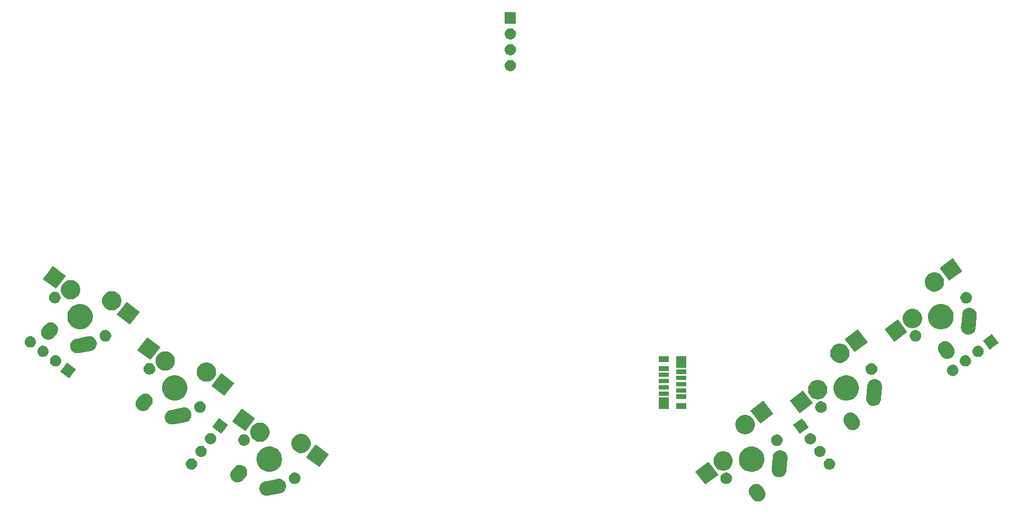
<source format=gbr>
G04 #@! TF.GenerationSoftware,KiCad,Pcbnew,(5.1.4)-1*
G04 #@! TF.CreationDate,2023-05-25T15:27:45-04:00*
G04 #@! TF.ProjectId,ThumbsUp,5468756d-6273-4557-902e-6b696361645f,rev?*
G04 #@! TF.SameCoordinates,Original*
G04 #@! TF.FileFunction,Soldermask,Bot*
G04 #@! TF.FilePolarity,Negative*
%FSLAX46Y46*%
G04 Gerber Fmt 4.6, Leading zero omitted, Abs format (unit mm)*
G04 Created by KiCad (PCBNEW (5.1.4)-1) date 2023-05-25 15:27:45*
%MOMM*%
%LPD*%
G04 APERTURE LIST*
%ADD10C,0.100000*%
G04 APERTURE END LIST*
D10*
G36*
X182099185Y136767263D02*
G01*
X182149693Y136761669D01*
X182252666Y136729063D01*
X182370537Y136691740D01*
X182573496Y136580069D01*
X182750769Y136430949D01*
X182859264Y136295427D01*
X183203635Y135766252D01*
X183204417Y135765068D01*
X183240341Y135711304D01*
X183264377Y135675331D01*
X183287275Y135620049D01*
X183291803Y135610327D01*
X183319365Y135557221D01*
X183331630Y135514949D01*
X183336184Y135501973D01*
X183353026Y135461313D01*
X183364699Y135402629D01*
X183367238Y135392223D01*
X183383915Y135334744D01*
X183387697Y135290896D01*
X183389635Y135277270D01*
X183398219Y135234114D01*
X183398219Y135174282D01*
X183398679Y135163581D01*
X183403823Y135103949D01*
X183398978Y135060207D01*
X183398219Y135046463D01*
X183398219Y135002460D01*
X183386546Y134943775D01*
X183384907Y134933170D01*
X183384622Y134930597D01*
X183378321Y134873704D01*
X183365039Y134831758D01*
X183361610Y134818414D01*
X183353026Y134775259D01*
X183330128Y134719978D01*
X183326450Y134709891D01*
X183308392Y134652861D01*
X183287183Y134614315D01*
X183281219Y134601902D01*
X183264377Y134561241D01*
X183264376Y134561240D01*
X183231138Y134511495D01*
X183225561Y134502317D01*
X183196721Y134449902D01*
X183168396Y134416230D01*
X183160127Y134405220D01*
X183135680Y134368632D01*
X183093369Y134326321D01*
X183086105Y134318403D01*
X183047601Y134272629D01*
X183013252Y134245130D01*
X183002994Y134235946D01*
X182971873Y134204825D01*
X182922127Y134171586D01*
X182913470Y134165247D01*
X182866762Y134127854D01*
X182827703Y134107582D01*
X182815853Y134100576D01*
X182779266Y134076129D01*
X182779265Y134076128D01*
X182779264Y134076128D01*
X182723974Y134053226D01*
X182714266Y134048707D01*
X182661154Y134021141D01*
X182618895Y134008880D01*
X182605899Y134004318D01*
X182565246Y133987479D01*
X182506552Y133975804D01*
X182496144Y133973264D01*
X182438677Y133956591D01*
X182394837Y133952809D01*
X182381211Y133950872D01*
X182338046Y133942286D01*
X182278204Y133942286D01*
X182267502Y133941826D01*
X182207882Y133936683D01*
X182164145Y133941527D01*
X182150406Y133942286D01*
X182106392Y133942286D01*
X182047708Y133953959D01*
X182037098Y133955598D01*
X181977639Y133962184D01*
X181935682Y133975470D01*
X181922362Y133978892D01*
X181892910Y133984750D01*
X181879196Y133987478D01*
X181879195Y133987478D01*
X181879192Y133987479D01*
X181823880Y134010390D01*
X181813852Y134014047D01*
X181756795Y134032114D01*
X181718246Y134053324D01*
X181705853Y134059278D01*
X181665174Y134076128D01*
X181615399Y134109387D01*
X181606239Y134114952D01*
X181553836Y134143785D01*
X181520167Y134172107D01*
X181509163Y134180371D01*
X181472565Y134204825D01*
X181430243Y134247147D01*
X181422320Y134254415D01*
X181376563Y134292905D01*
X181349073Y134327243D01*
X181339888Y134337502D01*
X181308758Y134368632D01*
X181275509Y134418393D01*
X181269165Y134427057D01*
X181268068Y134428427D01*
X181240902Y134470172D01*
X181240099Y134471388D01*
X181219439Y134502308D01*
X181180061Y134561241D01*
X181180060Y134561244D01*
X181177933Y134564427D01*
X181171009Y134577572D01*
X180887939Y135012550D01*
X180807967Y135166634D01*
X180743417Y135389111D01*
X180723510Y135619905D01*
X180744781Y135811959D01*
X180749011Y135850149D01*
X180804139Y136024249D01*
X180818940Y136070993D01*
X180930611Y136273952D01*
X181079731Y136451225D01*
X181260570Y136596000D01*
X181466178Y136702713D01*
X181688655Y136767263D01*
X181919449Y136787170D01*
X182099185Y136767263D01*
X182099185Y136767263D01*
G37*
G36*
X105435570Y137571801D02*
G01*
X105580434Y137557149D01*
X105801934Y137489323D01*
X106005945Y137379587D01*
X106184627Y137232160D01*
X106331115Y137052705D01*
X106439779Y136848120D01*
X106506442Y136626268D01*
X106528542Y136395673D01*
X106505231Y136165197D01*
X106437405Y135943698D01*
X106327669Y135739687D01*
X106180242Y135561005D01*
X106000787Y135414517D01*
X105796202Y135305853D01*
X105629945Y135255896D01*
X105629935Y135255894D01*
X103650612Y134867579D01*
X103650290Y134867515D01*
X103537822Y134845144D01*
X103484172Y134845144D01*
X103472256Y134844574D01*
X103418892Y134839460D01*
X103418890Y134839460D01*
X103368973Y134844509D01*
X103356394Y134845144D01*
X103306167Y134845144D01*
X103253549Y134855610D01*
X103241744Y134857377D01*
X103203605Y134861235D01*
X103188416Y134862771D01*
X103140432Y134877464D01*
X103128226Y134880539D01*
X103078968Y134890337D01*
X103042755Y134905337D01*
X103029406Y134910866D01*
X103018195Y134914895D01*
X102966916Y134930597D01*
X102922700Y134954380D01*
X102911360Y134959762D01*
X102864950Y134978986D01*
X102820345Y135008790D01*
X102810142Y135014925D01*
X102762905Y135040333D01*
X102724184Y135072281D01*
X102714089Y135079788D01*
X102672341Y135107683D01*
X102634410Y135145614D01*
X102625585Y135153633D01*
X102584223Y135187760D01*
X102552487Y135226638D01*
X102544043Y135235981D01*
X102508536Y135271488D01*
X102478737Y135316085D01*
X102471645Y135325674D01*
X102437735Y135367215D01*
X102414181Y135411560D01*
X102407740Y135422340D01*
X102379837Y135464099D01*
X102359313Y135513649D01*
X102354235Y135524423D01*
X102329071Y135571800D01*
X102314615Y135619909D01*
X102310406Y135631719D01*
X102291188Y135678117D01*
X102280725Y135730718D01*
X102277849Y135742265D01*
X102262408Y135793652D01*
X102257616Y135843652D01*
X102255788Y135856087D01*
X102245995Y135905319D01*
X102245995Y135958937D01*
X102245426Y135970846D01*
X102240308Y136024246D01*
X102245360Y136074195D01*
X102245995Y136086774D01*
X102245995Y136136970D01*
X102256458Y136189571D01*
X102258219Y136201337D01*
X102263619Y136254722D01*
X102278322Y136302737D01*
X102281395Y136314938D01*
X102291188Y136364170D01*
X102291188Y136364171D01*
X102311711Y136413717D01*
X102315736Y136424919D01*
X102331445Y136476222D01*
X102355237Y136520454D01*
X102360623Y136531803D01*
X102379837Y136578189D01*
X102409625Y136622770D01*
X102415776Y136633002D01*
X102441180Y136680231D01*
X102441181Y136680233D01*
X102473137Y136718964D01*
X102480648Y136729063D01*
X102508536Y136770800D01*
X102546453Y136808717D01*
X102554471Y136817541D01*
X102588608Y136858915D01*
X102588610Y136858916D01*
X102588611Y136858918D01*
X102627496Y136890659D01*
X102636840Y136899104D01*
X102672341Y136934605D01*
X102716925Y136964395D01*
X102726515Y136971487D01*
X102768063Y137005403D01*
X102812405Y137028955D01*
X102823210Y137035412D01*
X102832811Y137041827D01*
X102864950Y137063302D01*
X102914494Y137083824D01*
X102925284Y137088910D01*
X102943300Y137098479D01*
X102972648Y137114067D01*
X103020731Y137128515D01*
X103032593Y137132742D01*
X103044686Y137137751D01*
X103078968Y137151951D01*
X103131573Y137162415D01*
X103134791Y137163217D01*
X103145226Y137165264D01*
X103194220Y137174876D01*
X103306169Y137197144D01*
X103306171Y137197144D01*
X103316281Y137199155D01*
X103319641Y137199482D01*
X104664476Y137463319D01*
X105177143Y137563897D01*
X105177145Y137563897D01*
X105177149Y137563898D01*
X105349958Y137580460D01*
X105349960Y137580460D01*
X105435570Y137571801D01*
X105435570Y137571801D01*
G37*
G36*
X174282620Y140305671D02*
G01*
X175692097Y138435232D01*
X175848542Y138227622D01*
X173730561Y136631608D01*
X173729511Y136633002D01*
X172164638Y138709658D01*
X172254208Y138777154D01*
X174282619Y140305672D01*
X174282620Y140305671D01*
X174282620Y140305671D01*
G37*
G36*
X177406569Y138537160D02*
G01*
X177575091Y138467356D01*
X177726756Y138366017D01*
X177855737Y138237036D01*
X177957076Y138085371D01*
X178026880Y137916849D01*
X178062465Y137737948D01*
X178062465Y137555542D01*
X178026880Y137376641D01*
X177957076Y137208119D01*
X177855737Y137056454D01*
X177726756Y136927473D01*
X177575091Y136826134D01*
X177406569Y136756330D01*
X177227668Y136720745D01*
X177045262Y136720745D01*
X176866361Y136756330D01*
X176697839Y136826134D01*
X176546174Y136927473D01*
X176417193Y137056454D01*
X176315854Y137208119D01*
X176246050Y137376641D01*
X176210465Y137555542D01*
X176210465Y137737948D01*
X176246050Y137916849D01*
X176315854Y138085371D01*
X176417193Y138237036D01*
X176546174Y138366017D01*
X176697839Y138467356D01*
X176866361Y138537160D01*
X177045262Y138572745D01*
X177227668Y138572745D01*
X177406569Y138537160D01*
X177406569Y138537160D01*
G37*
G36*
X108159838Y138553419D02*
G01*
X108328360Y138483615D01*
X108480025Y138382276D01*
X108609006Y138253295D01*
X108710345Y138101630D01*
X108780149Y137933108D01*
X108815734Y137754207D01*
X108815734Y137571801D01*
X108780149Y137392900D01*
X108710345Y137224378D01*
X108609006Y137072713D01*
X108480025Y136943732D01*
X108328360Y136842393D01*
X108159838Y136772589D01*
X107980937Y136737004D01*
X107798531Y136737004D01*
X107619630Y136772589D01*
X107451108Y136842393D01*
X107299443Y136943732D01*
X107170462Y137072713D01*
X107069123Y137224378D01*
X106999319Y137392900D01*
X106963734Y137571801D01*
X106963734Y137754207D01*
X106999319Y137933108D01*
X107069123Y138101630D01*
X107170462Y138253295D01*
X107299443Y138382276D01*
X107451108Y138483615D01*
X107619630Y138553419D01*
X107798531Y138589004D01*
X107980937Y138589004D01*
X108159838Y138553419D01*
X108159838Y138553419D01*
G37*
G36*
X99275916Y139803286D02*
G01*
X99501793Y139751884D01*
X99713302Y139657404D01*
X99902314Y139523476D01*
X100061567Y139355247D01*
X100184939Y139159181D01*
X100265636Y138948188D01*
X100267691Y138942813D01*
X100302687Y138737650D01*
X100306642Y138714460D01*
X100300294Y138482896D01*
X100248892Y138257019D01*
X100154412Y138045511D01*
X100154410Y138045508D01*
X100054040Y137903855D01*
X99688791Y137482872D01*
X99679274Y137470401D01*
X99660372Y137442112D01*
X99611035Y137392775D01*
X99605007Y137386304D01*
X99597333Y137377459D01*
X99597328Y137377454D01*
X99568343Y137350016D01*
X99565887Y137347627D01*
X99496566Y137278306D01*
X99491853Y137275157D01*
X99475363Y137261998D01*
X99471255Y137258109D01*
X99443491Y137240639D01*
X99388307Y137205915D01*
X99385533Y137204116D01*
X99303956Y137149608D01*
X99298707Y137147434D01*
X99279989Y137137756D01*
X99275191Y137134737D01*
X99183599Y137099707D01*
X99180581Y137098505D01*
X99089938Y137060959D01*
X99084364Y137059850D01*
X99064112Y137054008D01*
X99058823Y137051985D01*
X98962221Y137035507D01*
X98958895Y137034893D01*
X98862738Y137015766D01*
X98857067Y137015766D01*
X98836054Y137013987D01*
X98830470Y137013034D01*
X98830469Y137013034D01*
X98825234Y137013178D01*
X98732509Y137015719D01*
X98729118Y137015766D01*
X98631085Y137015766D01*
X98625514Y137016874D01*
X98604569Y137019227D01*
X98598907Y137019382D01*
X98503362Y137041125D01*
X98500067Y137041827D01*
X98494450Y137042944D01*
X98403884Y137060959D01*
X98398627Y137063136D01*
X98378559Y137069526D01*
X98373029Y137070784D01*
X98283575Y137110743D01*
X98280491Y137112070D01*
X98189866Y137149608D01*
X98185141Y137152765D01*
X98166692Y137162954D01*
X98161520Y137165264D01*
X98081545Y137221932D01*
X98078806Y137223816D01*
X97997257Y137278305D01*
X97993236Y137282326D01*
X97977131Y137295916D01*
X97972508Y137299192D01*
X97905172Y137370325D01*
X97902825Y137372737D01*
X97833451Y137442111D01*
X97830296Y137446833D01*
X97817139Y137463319D01*
X97813259Y137467418D01*
X97811382Y137470401D01*
X97761102Y137550306D01*
X97759248Y137553163D01*
X97704753Y137634721D01*
X97702579Y137639970D01*
X97692897Y137658697D01*
X97689883Y137663487D01*
X97654866Y137755046D01*
X97653672Y137758041D01*
X97616104Y137848739D01*
X97614995Y137854315D01*
X97609155Y137874564D01*
X97607131Y137879855D01*
X97590660Y137976416D01*
X97590046Y137979741D01*
X97570911Y138075939D01*
X97570911Y138081616D01*
X97569131Y138102634D01*
X97568180Y138108207D01*
X97570055Y138176599D01*
X97570865Y138206133D01*
X97570911Y138209523D01*
X97570911Y138307591D01*
X97572019Y138313161D01*
X97574373Y138334115D01*
X97574528Y138339771D01*
X97596273Y138435328D01*
X97596967Y138438583D01*
X97599965Y138453657D01*
X97616104Y138534793D01*
X97618283Y138540054D01*
X97624673Y138560125D01*
X97625930Y138565649D01*
X97665882Y138655087D01*
X97667217Y138658190D01*
X97667579Y138659065D01*
X97704753Y138748811D01*
X97707914Y138753541D01*
X97718105Y138771997D01*
X97720410Y138777158D01*
X97777054Y138857100D01*
X97778956Y138859863D01*
X97802171Y138894606D01*
X97833452Y138941422D01*
X97882808Y138990778D01*
X97888836Y138997250D01*
X98277484Y139445205D01*
X98316178Y139481834D01*
X98403566Y139564559D01*
X98599632Y139687932D01*
X98815998Y139770683D01*
X98846706Y139775921D01*
X99044350Y139809634D01*
X99044351Y139809634D01*
X99275916Y139803286D01*
X99275916Y139803286D01*
G37*
G36*
X186093642Y142103400D02*
G01*
X186308764Y142017464D01*
X186502988Y141891211D01*
X186668849Y141729493D01*
X186799973Y141538525D01*
X186891322Y141325645D01*
X186939384Y141099034D01*
X186941580Y140925447D01*
X186782469Y139069648D01*
X186773839Y138968997D01*
X186773382Y138958319D01*
X186773382Y138898134D01*
X186752344Y138792368D01*
X186752065Y138790921D01*
X186732434Y138685262D01*
X186732432Y138685256D01*
X186731785Y138681776D01*
X186729535Y138674184D01*
X186728189Y138670935D01*
X186728189Y138670934D01*
X186686869Y138571178D01*
X186686412Y138570055D01*
X186646498Y138470140D01*
X186646494Y138470133D01*
X186645182Y138466850D01*
X186641492Y138459839D01*
X186639542Y138456920D01*
X186639540Y138456916D01*
X186579547Y138367130D01*
X186578882Y138366122D01*
X186520245Y138275916D01*
X186520239Y138275909D01*
X186518309Y138272941D01*
X186513325Y138266789D01*
X186434584Y138188048D01*
X186433599Y138187050D01*
X186358528Y138110055D01*
X186358524Y138110052D01*
X186356060Y138107525D01*
X186349957Y138102452D01*
X186257435Y138040631D01*
X186256207Y138039799D01*
X186167559Y137978931D01*
X186167556Y137978930D01*
X186164651Y137976935D01*
X186157673Y137973148D01*
X186154429Y137971804D01*
X186154427Y137971803D01*
X186054792Y137930533D01*
X186053672Y137930061D01*
X185954679Y137887582D01*
X185954674Y137887581D01*
X185951428Y137886188D01*
X185943865Y137883842D01*
X185940412Y137883155D01*
X185940409Y137883154D01*
X185834737Y137862134D01*
X185833430Y137861866D01*
X185728068Y137839520D01*
X185728065Y137839520D01*
X185724614Y137838788D01*
X185716728Y137837961D01*
X185605570Y137837961D01*
X185604072Y137837952D01*
X185496436Y137836590D01*
X185496433Y137836591D01*
X185492910Y137836546D01*
X185485011Y137837274D01*
X185481557Y137837961D01*
X185481556Y137837961D01*
X185375999Y137858958D01*
X185374646Y137859218D01*
X185268682Y137878906D01*
X185268676Y137878908D01*
X185265212Y137879552D01*
X185257617Y137881804D01*
X185254360Y137883153D01*
X185254355Y137883154D01*
X185154874Y137924360D01*
X185153665Y137924852D01*
X185053560Y137964842D01*
X185053556Y137964844D01*
X185050283Y137966152D01*
X185043269Y137969844D01*
X184950844Y138031600D01*
X184949525Y138032469D01*
X184938333Y138039744D01*
X184859336Y138091095D01*
X184859335Y138091096D01*
X184856383Y138093015D01*
X184850219Y138098009D01*
X184771629Y138176599D01*
X184770629Y138177585D01*
X184693475Y138252812D01*
X184693471Y138252818D01*
X184690954Y138255272D01*
X184685883Y138261371D01*
X184624162Y138353743D01*
X184623335Y138354964D01*
X184562351Y138443781D01*
X184562349Y138443786D01*
X184560357Y138446687D01*
X184556575Y138453657D01*
X184555227Y138456912D01*
X184555224Y138456916D01*
X184514006Y138556426D01*
X184513557Y138557490D01*
X184471002Y138656661D01*
X184471001Y138656667D01*
X184469612Y138659903D01*
X184467264Y138667472D01*
X184464419Y138681776D01*
X184445596Y138776402D01*
X184445278Y138777949D01*
X184422209Y138886718D01*
X184421382Y138894606D01*
X184421382Y139005686D01*
X184421373Y139007167D01*
X184420744Y139056858D01*
X184420925Y139058970D01*
X184421382Y139069648D01*
X184421382Y139129789D01*
X184429897Y139172598D01*
X184431842Y139186305D01*
X184598177Y141126353D01*
X184598177Y141126354D01*
X184598178Y141126364D01*
X184629890Y141297044D01*
X184715826Y141512166D01*
X184842079Y141706390D01*
X185003796Y141872251D01*
X185194765Y142003375D01*
X185407645Y142094724D01*
X185634255Y142142786D01*
X185865888Y142145716D01*
X186093642Y142103400D01*
X186093642Y142103400D01*
G37*
G36*
X181790007Y142670281D02*
G01*
X181947592Y142605007D01*
X182162156Y142516132D01*
X182497081Y142292342D01*
X182781910Y142007513D01*
X183005700Y141672588D01*
X183028164Y141618354D01*
X183159849Y141300439D01*
X183238433Y140905371D01*
X183238433Y140502559D01*
X183159849Y140107491D01*
X183088934Y139936287D01*
X183005700Y139735342D01*
X182781910Y139400417D01*
X182497081Y139115588D01*
X182162156Y138891798D01*
X182008007Y138827948D01*
X181790007Y138737649D01*
X181394939Y138659065D01*
X180992127Y138659065D01*
X180597059Y138737649D01*
X180379059Y138827948D01*
X180224910Y138891798D01*
X179889985Y139115588D01*
X179605156Y139400417D01*
X179381366Y139735342D01*
X179298132Y139936287D01*
X179227217Y140107491D01*
X179148633Y140502559D01*
X179148633Y140905371D01*
X179227217Y141300439D01*
X179358902Y141618354D01*
X179381366Y141672588D01*
X179605156Y142007513D01*
X179889985Y142292342D01*
X180224910Y142516132D01*
X180439474Y142605007D01*
X180597059Y142670281D01*
X180992127Y142748865D01*
X181394939Y142748865D01*
X181790007Y142670281D01*
X181790007Y142670281D01*
G37*
G36*
X104429140Y142686540D02*
G01*
X104586725Y142621266D01*
X104801289Y142532391D01*
X105136214Y142308601D01*
X105421043Y142023772D01*
X105644833Y141688847D01*
X105667297Y141634613D01*
X105798982Y141316698D01*
X105877566Y140921630D01*
X105877566Y140518818D01*
X105798982Y140123750D01*
X105742410Y139987174D01*
X105644833Y139751601D01*
X105421043Y139416676D01*
X105136214Y139131847D01*
X104801289Y138908057D01*
X104647140Y138844207D01*
X104429140Y138753908D01*
X104034072Y138675324D01*
X103631260Y138675324D01*
X103236192Y138753908D01*
X103018192Y138844207D01*
X102864043Y138908057D01*
X102529118Y139131847D01*
X102244289Y139416676D01*
X102020499Y139751601D01*
X101922922Y139987174D01*
X101866350Y140123750D01*
X101787766Y140518818D01*
X101787766Y140921630D01*
X101866350Y141316698D01*
X101998035Y141634613D01*
X102020499Y141688847D01*
X102244289Y142023772D01*
X102529118Y142308601D01*
X102864043Y142532391D01*
X103078607Y142621266D01*
X103236192Y142686540D01*
X103631260Y142765124D01*
X104034072Y142765124D01*
X104429140Y142686540D01*
X104429140Y142686540D01*
G37*
G36*
X176904397Y141964822D02*
G01*
X177074532Y141930980D01*
X177356796Y141814063D01*
X177610827Y141644325D01*
X177826863Y141428289D01*
X177996601Y141174258D01*
X178113518Y140891994D01*
X178173122Y140592344D01*
X178173122Y140286824D01*
X178113518Y139987174D01*
X177996601Y139704910D01*
X177826863Y139450879D01*
X177610827Y139234843D01*
X177356796Y139065105D01*
X177074532Y138948188D01*
X176926813Y138918805D01*
X176774883Y138888584D01*
X176469361Y138888584D01*
X176317431Y138918805D01*
X176169712Y138948188D01*
X175887448Y139065105D01*
X175633417Y139234843D01*
X175417381Y139450879D01*
X175247643Y139704910D01*
X175130726Y139987174D01*
X175071122Y140286824D01*
X175071122Y140592344D01*
X175130726Y140891994D01*
X175247643Y141174258D01*
X175417381Y141428289D01*
X175633417Y141644325D01*
X175887448Y141814063D01*
X176169712Y141930980D01*
X176339847Y141964822D01*
X176469361Y141990584D01*
X176774883Y141990584D01*
X176904397Y141964822D01*
X176904397Y141964822D01*
G37*
G36*
X193777751Y140830768D02*
G01*
X193843935Y140824250D01*
X194013774Y140772730D01*
X194170299Y140689065D01*
X194206037Y140659735D01*
X194307494Y140576473D01*
X194390756Y140475016D01*
X194420086Y140439278D01*
X194503751Y140282753D01*
X194555271Y140112914D01*
X194572667Y139936287D01*
X194555271Y139759660D01*
X194503751Y139589821D01*
X194420086Y139433296D01*
X194393103Y139400417D01*
X194307494Y139296101D01*
X194206037Y139212839D01*
X194170299Y139183509D01*
X194013774Y139099844D01*
X193843935Y139048324D01*
X193777751Y139041806D01*
X193711568Y139035287D01*
X193623048Y139035287D01*
X193556865Y139041806D01*
X193490681Y139048324D01*
X193320842Y139099844D01*
X193164317Y139183509D01*
X193128579Y139212839D01*
X193027122Y139296101D01*
X192941513Y139400417D01*
X192914530Y139433296D01*
X192830865Y139589821D01*
X192779345Y139759660D01*
X192761949Y139936287D01*
X192779345Y140112914D01*
X192830865Y140282753D01*
X192914530Y140439278D01*
X192943860Y140475016D01*
X193027122Y140576473D01*
X193128579Y140659735D01*
X193164317Y140689065D01*
X193320842Y140772730D01*
X193490681Y140824250D01*
X193556865Y140830768D01*
X193623048Y140837287D01*
X193711568Y140837287D01*
X193777751Y140830768D01*
X193777751Y140830768D01*
G37*
G36*
X91469334Y140847028D02*
G01*
X91535519Y140840509D01*
X91705358Y140788989D01*
X91861883Y140705324D01*
X91897621Y140675994D01*
X91999078Y140592732D01*
X92073079Y140502560D01*
X92111670Y140455537D01*
X92195335Y140299012D01*
X92246855Y140129173D01*
X92264251Y139952546D01*
X92246855Y139775919D01*
X92195335Y139606080D01*
X92111670Y139449555D01*
X92084687Y139416676D01*
X91999078Y139312360D01*
X91904623Y139234844D01*
X91861883Y139199768D01*
X91705358Y139116103D01*
X91535519Y139064583D01*
X91478528Y139058970D01*
X91403152Y139051546D01*
X91314632Y139051546D01*
X91239256Y139058970D01*
X91182265Y139064583D01*
X91012426Y139116103D01*
X90855901Y139199768D01*
X90813161Y139234844D01*
X90718706Y139312360D01*
X90633097Y139416676D01*
X90606114Y139449555D01*
X90522449Y139606080D01*
X90470929Y139775919D01*
X90453533Y139952546D01*
X90470929Y140129173D01*
X90522449Y140299012D01*
X90606114Y140455537D01*
X90644705Y140502560D01*
X90718706Y140592732D01*
X90820163Y140675994D01*
X90855901Y140705324D01*
X91012426Y140788989D01*
X91182265Y140840509D01*
X91248450Y140847028D01*
X91314632Y140853546D01*
X91403152Y140853546D01*
X91469334Y140847028D01*
X91469334Y140847028D01*
G37*
G36*
X113384649Y141512166D02*
G01*
X113397467Y141502507D01*
X111831545Y139424458D01*
X111831544Y139424457D01*
X109713563Y141020471D01*
X109793359Y141126364D01*
X111279485Y143098520D01*
X111279486Y143098521D01*
X113384649Y141512166D01*
X113384649Y141512166D01*
G37*
G36*
X192249140Y142859304D02*
G01*
X192315325Y142852785D01*
X192485164Y142801265D01*
X192641689Y142717600D01*
X192677427Y142688270D01*
X192778884Y142605008D01*
X192862146Y142503551D01*
X192891476Y142467813D01*
X192975141Y142311288D01*
X193026661Y142141449D01*
X193044057Y141964822D01*
X193026661Y141788195D01*
X192975141Y141618356D01*
X192891476Y141461831D01*
X192863949Y141428289D01*
X192778884Y141324636D01*
X192677427Y141241374D01*
X192641689Y141212044D01*
X192485164Y141128379D01*
X192315325Y141076859D01*
X192249140Y141070340D01*
X192182958Y141063822D01*
X192094438Y141063822D01*
X192028256Y141070340D01*
X191962071Y141076859D01*
X191792232Y141128379D01*
X191635707Y141212044D01*
X191599969Y141241374D01*
X191498512Y141324636D01*
X191413447Y141428289D01*
X191385920Y141461831D01*
X191302255Y141618356D01*
X191250735Y141788195D01*
X191233339Y141964822D01*
X191250735Y142141449D01*
X191302255Y142311288D01*
X191385920Y142467813D01*
X191415250Y142503551D01*
X191498512Y142605008D01*
X191599969Y142688270D01*
X191635707Y142717600D01*
X191792232Y142801265D01*
X191962071Y142852785D01*
X192028256Y142859304D01*
X192094438Y142865822D01*
X192182958Y142865822D01*
X192249140Y142859304D01*
X192249140Y142859304D01*
G37*
G36*
X92997945Y142875562D02*
G01*
X93064129Y142869044D01*
X93233968Y142817524D01*
X93390493Y142733859D01*
X93426231Y142704529D01*
X93527688Y142621267D01*
X93610950Y142519810D01*
X93640280Y142484072D01*
X93723945Y142327547D01*
X93775465Y142157708D01*
X93792861Y141981081D01*
X93775465Y141804454D01*
X93723945Y141634615D01*
X93640280Y141478090D01*
X93626938Y141461833D01*
X93527688Y141340895D01*
X93426231Y141257633D01*
X93390493Y141228303D01*
X93233968Y141144638D01*
X93064129Y141093118D01*
X92997944Y141086599D01*
X92931762Y141080081D01*
X92843242Y141080081D01*
X92777060Y141086599D01*
X92710875Y141093118D01*
X92541036Y141144638D01*
X92384511Y141228303D01*
X92348773Y141257633D01*
X92247316Y141340895D01*
X92148066Y141461833D01*
X92134724Y141478090D01*
X92051059Y141634615D01*
X91999539Y141804454D01*
X91982143Y141981081D01*
X91999539Y142157708D01*
X92051059Y142327547D01*
X92134724Y142484072D01*
X92164054Y142519810D01*
X92247316Y142621267D01*
X92348773Y142704529D01*
X92384511Y142733859D01*
X92541036Y142817524D01*
X92710875Y142869044D01*
X92777059Y142875562D01*
X92843242Y142882081D01*
X92931762Y142882081D01*
X92997945Y142875562D01*
X92997945Y142875562D01*
G37*
G36*
X109188514Y144776343D02*
G01*
X109370831Y144740078D01*
X109653095Y144623161D01*
X109907126Y144453423D01*
X110123162Y144237387D01*
X110292900Y143983356D01*
X110409817Y143701092D01*
X110469421Y143401442D01*
X110469421Y143095922D01*
X110409817Y142796272D01*
X110292900Y142514008D01*
X110123162Y142259977D01*
X109907126Y142043941D01*
X109653095Y141874203D01*
X109370831Y141757286D01*
X109231111Y141729494D01*
X109071182Y141697682D01*
X108765660Y141697682D01*
X108605731Y141729494D01*
X108466011Y141757286D01*
X108183747Y141874203D01*
X107929716Y142043941D01*
X107713680Y142259977D01*
X107543942Y142514008D01*
X107427025Y142796272D01*
X107367421Y143095922D01*
X107367421Y143401442D01*
X107427025Y143701092D01*
X107543942Y143983356D01*
X107713680Y144237387D01*
X107929716Y144453423D01*
X108183747Y144623161D01*
X108466011Y144740078D01*
X108648328Y144776343D01*
X108765660Y144799682D01*
X109071182Y144799682D01*
X109188514Y144776343D01*
X109188514Y144776343D01*
G37*
G36*
X185520705Y144651600D02*
G01*
X185689227Y144581796D01*
X185840892Y144480457D01*
X185969873Y144351476D01*
X186071212Y144199811D01*
X186141016Y144031289D01*
X186176601Y143852388D01*
X186176601Y143669982D01*
X186141016Y143491081D01*
X186071212Y143322559D01*
X185969873Y143170894D01*
X185840892Y143041913D01*
X185689227Y142940574D01*
X185520705Y142870770D01*
X185341804Y142835185D01*
X185159398Y142835185D01*
X184980497Y142870770D01*
X184811975Y142940574D01*
X184660310Y143041913D01*
X184531329Y143170894D01*
X184429990Y143322559D01*
X184360186Y143491081D01*
X184324601Y143669982D01*
X184324601Y143852388D01*
X184360186Y144031289D01*
X184429990Y144199811D01*
X184531329Y144351476D01*
X184660310Y144480457D01*
X184811975Y144581796D01*
X184980497Y144651600D01*
X185159398Y144687185D01*
X185341804Y144687185D01*
X185520705Y144651600D01*
X185520705Y144651600D01*
G37*
G36*
X100045702Y144667859D02*
G01*
X100214224Y144598055D01*
X100365889Y144496716D01*
X100494870Y144367735D01*
X100596209Y144216070D01*
X100666013Y144047548D01*
X100701598Y143868647D01*
X100701598Y143686241D01*
X100666013Y143507340D01*
X100596209Y143338818D01*
X100494870Y143187153D01*
X100365889Y143058172D01*
X100214224Y142956833D01*
X100045702Y142887029D01*
X99866801Y142851444D01*
X99684395Y142851444D01*
X99505494Y142887029D01*
X99336972Y142956833D01*
X99185307Y143058172D01*
X99056326Y143187153D01*
X98954987Y143338818D01*
X98885183Y143507340D01*
X98849598Y143686241D01*
X98849598Y143868647D01*
X98885183Y144047548D01*
X98954987Y144216070D01*
X99056326Y144367735D01*
X99185307Y144496716D01*
X99336972Y144598055D01*
X99505494Y144667859D01*
X99684395Y144703444D01*
X99866801Y144703444D01*
X100045702Y144667859D01*
X100045702Y144667859D01*
G37*
G36*
X190709611Y144888913D02*
G01*
X190786715Y144881319D01*
X190956554Y144829799D01*
X191113079Y144746134D01*
X191148817Y144716804D01*
X191250274Y144633542D01*
X191333536Y144532085D01*
X191362866Y144496347D01*
X191446531Y144339822D01*
X191498051Y144169983D01*
X191515447Y143993356D01*
X191498051Y143816729D01*
X191446531Y143646890D01*
X191362866Y143490365D01*
X191333536Y143454627D01*
X191250274Y143353170D01*
X191148817Y143269908D01*
X191113079Y143240578D01*
X191113077Y143240577D01*
X191013131Y143187154D01*
X190956554Y143156913D01*
X190786715Y143105393D01*
X190720530Y143098874D01*
X190654348Y143092356D01*
X190565828Y143092356D01*
X190499646Y143098874D01*
X190433461Y143105393D01*
X190263622Y143156913D01*
X190207046Y143187154D01*
X190107099Y143240577D01*
X190107097Y143240578D01*
X190071359Y143269908D01*
X189969902Y143353170D01*
X189886640Y143454627D01*
X189857310Y143490365D01*
X189773645Y143646890D01*
X189722125Y143816729D01*
X189704729Y143993356D01*
X189722125Y144169983D01*
X189773645Y144339822D01*
X189857310Y144496347D01*
X189886640Y144532085D01*
X189969902Y144633542D01*
X190071359Y144716804D01*
X190107097Y144746134D01*
X190263622Y144829799D01*
X190433461Y144881319D01*
X190510565Y144888913D01*
X190565828Y144894356D01*
X190654348Y144894356D01*
X190709611Y144888913D01*
X190709611Y144888913D01*
G37*
G36*
X94526554Y144904097D02*
G01*
X94592739Y144897578D01*
X94762578Y144846058D01*
X94919103Y144762393D01*
X94946294Y144740078D01*
X95056298Y144649801D01*
X95112107Y144581796D01*
X95168890Y144512606D01*
X95252555Y144356081D01*
X95304075Y144186242D01*
X95321471Y144009615D01*
X95304075Y143832988D01*
X95252555Y143663149D01*
X95168890Y143506624D01*
X95156135Y143491082D01*
X95056298Y143369429D01*
X94954841Y143286167D01*
X94919103Y143256837D01*
X94762578Y143173172D01*
X94592739Y143121652D01*
X94526554Y143115133D01*
X94460372Y143108615D01*
X94371852Y143108615D01*
X94305670Y143115133D01*
X94239485Y143121652D01*
X94069646Y143173172D01*
X93913121Y143256837D01*
X93877383Y143286167D01*
X93775926Y143369429D01*
X93676089Y143491082D01*
X93663334Y143506624D01*
X93579669Y143663149D01*
X93528149Y143832988D01*
X93510753Y144009615D01*
X93528149Y144186242D01*
X93579669Y144356081D01*
X93663334Y144512606D01*
X93720117Y144581796D01*
X93775926Y144649801D01*
X93885930Y144740078D01*
X93913121Y144762393D01*
X94069646Y144846058D01*
X94239485Y144897578D01*
X94305670Y144904097D01*
X94371852Y144910615D01*
X94460372Y144910615D01*
X94526554Y144904097D01*
X94526554Y144904097D01*
G37*
G36*
X102534444Y146580100D02*
G01*
X102770885Y146533069D01*
X103053149Y146416152D01*
X103307180Y146246414D01*
X103523216Y146030378D01*
X103692954Y145776347D01*
X103809871Y145494083D01*
X103830557Y145390085D01*
X103869475Y145194434D01*
X103869475Y144888912D01*
X103844309Y144762394D01*
X103809871Y144589263D01*
X103692954Y144306999D01*
X103523216Y144052968D01*
X103307180Y143836932D01*
X103053149Y143667194D01*
X102770885Y143550277D01*
X102621060Y143520475D01*
X102471236Y143490673D01*
X102165714Y143490673D01*
X102015890Y143520475D01*
X101866065Y143550277D01*
X101583801Y143667194D01*
X101329770Y143836932D01*
X101113734Y144052968D01*
X100943996Y144306999D01*
X100827079Y144589263D01*
X100792641Y144762394D01*
X100767475Y144888912D01*
X100767475Y145194434D01*
X100806393Y145390085D01*
X100827079Y145494083D01*
X100943996Y145776347D01*
X101113734Y146030378D01*
X101329770Y146246414D01*
X101583801Y146416152D01*
X101866065Y146533069D01*
X102102506Y146580100D01*
X102165714Y146592673D01*
X102471236Y146592673D01*
X102534444Y146580100D01*
X102534444Y146580100D01*
G37*
G36*
X180370319Y147830159D02*
G01*
X180617257Y147781040D01*
X180899521Y147664123D01*
X181153552Y147494385D01*
X181369588Y147278349D01*
X181539326Y147024318D01*
X181656243Y146742054D01*
X181670854Y146668598D01*
X181715847Y146442405D01*
X181715847Y146136883D01*
X181691018Y146012060D01*
X181656243Y145837234D01*
X181539326Y145554970D01*
X181369588Y145300939D01*
X181153552Y145084903D01*
X180899521Y144915165D01*
X180617257Y144798248D01*
X180507133Y144776343D01*
X180317608Y144738644D01*
X180012086Y144738644D01*
X179822561Y144776343D01*
X179712437Y144798248D01*
X179430173Y144915165D01*
X179176142Y145084903D01*
X178960106Y145300939D01*
X178790368Y145554970D01*
X178673451Y145837234D01*
X178638676Y146012060D01*
X178613847Y146136883D01*
X178613847Y146442405D01*
X178658840Y146668598D01*
X178673451Y146742054D01*
X178790368Y147024318D01*
X178960106Y147278349D01*
X179176142Y147494385D01*
X179430173Y147664123D01*
X179712437Y147781040D01*
X179959375Y147830159D01*
X180012086Y147840644D01*
X180317608Y147840644D01*
X180370319Y147830159D01*
X180370319Y147830159D01*
G37*
G36*
X189817594Y146542169D02*
G01*
X190343284Y145844555D01*
X190343284Y145844554D01*
X189736481Y145387296D01*
X188904143Y144760084D01*
X188904142Y144760084D01*
X188209707Y145681631D01*
X187819672Y146199225D01*
X187819672Y146199226D01*
X188871328Y146991705D01*
X189258813Y147283696D01*
X189258814Y147283696D01*
X189817594Y146542169D01*
X189817594Y146542169D01*
G37*
G36*
X96303725Y146895795D02*
G01*
X97206528Y146215485D01*
X97206528Y146215484D01*
X96795800Y145670430D01*
X96122058Y144776343D01*
X96122057Y144776343D01*
X95425895Y145300939D01*
X94682916Y145860813D01*
X94682916Y145860814D01*
X95196354Y146542169D01*
X95767386Y147299955D01*
X95767387Y147299955D01*
X96303725Y146895795D01*
X96303725Y146895795D01*
G37*
G36*
X101483429Y147299955D02*
G01*
X101544896Y147253636D01*
X99978974Y145175587D01*
X99978973Y145175586D01*
X97860992Y146771600D01*
X98157585Y147165192D01*
X99426914Y148849649D01*
X99426915Y148849650D01*
X101483429Y147299955D01*
X101483429Y147299955D01*
G37*
G36*
X197273259Y148201747D02*
G01*
X197323767Y148196153D01*
X197401655Y148171490D01*
X197544611Y148126224D01*
X197747570Y148014553D01*
X197924843Y147865433D01*
X198033338Y147729911D01*
X198377709Y147200736D01*
X198378491Y147199552D01*
X198401449Y147165192D01*
X198438451Y147109815D01*
X198461349Y147054533D01*
X198465877Y147044811D01*
X198493439Y146991705D01*
X198505704Y146949433D01*
X198510258Y146936457D01*
X198527100Y146895797D01*
X198538773Y146837113D01*
X198541312Y146826707D01*
X198557989Y146769228D01*
X198561771Y146725380D01*
X198563709Y146711754D01*
X198572293Y146668598D01*
X198572293Y146608766D01*
X198572753Y146598065D01*
X198577897Y146538433D01*
X198573052Y146494691D01*
X198572293Y146480947D01*
X198572293Y146436944D01*
X198560620Y146378259D01*
X198558981Y146367654D01*
X198554237Y146324823D01*
X198552395Y146308188D01*
X198539113Y146266242D01*
X198535684Y146252898D01*
X198527100Y146209743D01*
X198504202Y146154462D01*
X198500524Y146144375D01*
X198482466Y146087345D01*
X198461257Y146048799D01*
X198455293Y146036386D01*
X198438451Y145995725D01*
X198438450Y145995724D01*
X198405212Y145945979D01*
X198399635Y145936801D01*
X198370795Y145884386D01*
X198342470Y145850714D01*
X198334201Y145839704D01*
X198309754Y145803116D01*
X198267443Y145760805D01*
X198260179Y145752887D01*
X198221675Y145707113D01*
X198187326Y145679614D01*
X198177068Y145670430D01*
X198145947Y145639309D01*
X198096201Y145606070D01*
X198087544Y145599731D01*
X198040836Y145562338D01*
X198001777Y145542066D01*
X197989927Y145535060D01*
X197953340Y145510613D01*
X197953339Y145510612D01*
X197953338Y145510612D01*
X197898048Y145487710D01*
X197888340Y145483191D01*
X197835228Y145455625D01*
X197792969Y145443364D01*
X197779973Y145438802D01*
X197739320Y145421963D01*
X197680626Y145410288D01*
X197670218Y145407748D01*
X197612751Y145391075D01*
X197568911Y145387293D01*
X197555285Y145385356D01*
X197512120Y145376770D01*
X197452278Y145376770D01*
X197441576Y145376310D01*
X197381956Y145371167D01*
X197338219Y145376011D01*
X197324480Y145376770D01*
X197280466Y145376770D01*
X197221782Y145388443D01*
X197211172Y145390082D01*
X197151713Y145396668D01*
X197109756Y145409954D01*
X197096436Y145413376D01*
X197066984Y145419234D01*
X197053270Y145421962D01*
X197053269Y145421962D01*
X197053266Y145421963D01*
X196997954Y145444874D01*
X196987926Y145448531D01*
X196930869Y145466598D01*
X196892320Y145487808D01*
X196879927Y145493762D01*
X196839248Y145510612D01*
X196789473Y145543871D01*
X196780313Y145549436D01*
X196727910Y145578269D01*
X196694241Y145606591D01*
X196683237Y145614855D01*
X196646639Y145639309D01*
X196604317Y145681631D01*
X196596394Y145688899D01*
X196550637Y145727389D01*
X196523147Y145761727D01*
X196513962Y145771986D01*
X196482832Y145803116D01*
X196449583Y145852877D01*
X196443239Y145861541D01*
X196442142Y145862911D01*
X196414976Y145904656D01*
X196414173Y145905872D01*
X196393513Y145936792D01*
X196354135Y145995725D01*
X196354134Y145995728D01*
X196352007Y145998911D01*
X196345083Y146012056D01*
X196062013Y146447034D01*
X195982041Y146601118D01*
X195917491Y146823595D01*
X195897584Y147054389D01*
X195923085Y147284632D01*
X195993014Y147505477D01*
X196104685Y147708436D01*
X196253805Y147885709D01*
X196434644Y148030484D01*
X196640252Y148137197D01*
X196862729Y148201747D01*
X197093523Y148221654D01*
X197273259Y148201747D01*
X197273259Y148201747D01*
G37*
G36*
X90261496Y149006287D02*
G01*
X90406360Y148991635D01*
X90627860Y148923809D01*
X90831871Y148814073D01*
X91010553Y148666646D01*
X91157041Y148487191D01*
X91265705Y148282606D01*
X91332368Y148060754D01*
X91354468Y147830159D01*
X91331157Y147599683D01*
X91263331Y147378184D01*
X91153595Y147174173D01*
X91006168Y146995491D01*
X90826713Y146849003D01*
X90622128Y146740339D01*
X90455871Y146690382D01*
X90455861Y146690380D01*
X88476538Y146302065D01*
X88476216Y146302001D01*
X88363748Y146279630D01*
X88310098Y146279630D01*
X88298182Y146279060D01*
X88244818Y146273946D01*
X88244816Y146273946D01*
X88194899Y146278995D01*
X88182320Y146279630D01*
X88132093Y146279630D01*
X88079475Y146290096D01*
X88067670Y146291863D01*
X88029531Y146295721D01*
X88014342Y146297257D01*
X87966358Y146311950D01*
X87954152Y146315025D01*
X87904894Y146324823D01*
X87868681Y146339823D01*
X87855332Y146345352D01*
X87844121Y146349381D01*
X87792842Y146365083D01*
X87748626Y146388866D01*
X87737286Y146394248D01*
X87690876Y146413472D01*
X87646271Y146443276D01*
X87636068Y146449411D01*
X87588831Y146474819D01*
X87550110Y146506767D01*
X87540015Y146514274D01*
X87498267Y146542169D01*
X87460336Y146580100D01*
X87451511Y146588119D01*
X87410149Y146622246D01*
X87378413Y146661124D01*
X87369969Y146670467D01*
X87334462Y146705974D01*
X87304663Y146750571D01*
X87297571Y146760160D01*
X87263661Y146801701D01*
X87240107Y146846046D01*
X87233666Y146856826D01*
X87205763Y146898585D01*
X87185239Y146948135D01*
X87180161Y146958909D01*
X87154997Y147006286D01*
X87140543Y147054389D01*
X87136332Y147066205D01*
X87117114Y147112603D01*
X87106651Y147165204D01*
X87103775Y147176751D01*
X87088334Y147228138D01*
X87083542Y147278138D01*
X87081714Y147290573D01*
X87079848Y147299955D01*
X87071921Y147339804D01*
X87071921Y147393423D01*
X87071352Y147405332D01*
X87066234Y147458732D01*
X87071286Y147508681D01*
X87071921Y147521260D01*
X87071921Y147571455D01*
X87077536Y147599683D01*
X87082384Y147624057D01*
X87084145Y147635823D01*
X87089545Y147689208D01*
X87104248Y147737223D01*
X87107321Y147749424D01*
X87117114Y147798656D01*
X87117114Y147798657D01*
X87137637Y147848203D01*
X87141662Y147859405D01*
X87157371Y147910708D01*
X87181163Y147954940D01*
X87186549Y147966289D01*
X87205763Y148012675D01*
X87235551Y148057256D01*
X87241702Y148067488D01*
X87267106Y148114717D01*
X87267107Y148114719D01*
X87299063Y148153450D01*
X87306574Y148163549D01*
X87334462Y148205286D01*
X87372379Y148243203D01*
X87380397Y148252027D01*
X87414534Y148293401D01*
X87414536Y148293402D01*
X87414537Y148293404D01*
X87453422Y148325145D01*
X87462766Y148333590D01*
X87498267Y148369091D01*
X87542851Y148398881D01*
X87552441Y148405973D01*
X87593989Y148439889D01*
X87638331Y148463441D01*
X87649136Y148469898D01*
X87658737Y148476313D01*
X87690876Y148497788D01*
X87740420Y148518310D01*
X87751210Y148523396D01*
X87769226Y148532965D01*
X87798574Y148548553D01*
X87846657Y148563001D01*
X87858519Y148567228D01*
X87870612Y148572237D01*
X87904894Y148586437D01*
X87957499Y148596901D01*
X87960717Y148597703D01*
X87971152Y148599750D01*
X88020146Y148609362D01*
X88132095Y148631630D01*
X88132097Y148631630D01*
X88142207Y148633641D01*
X88145567Y148633968D01*
X89131466Y148827387D01*
X90003069Y148998383D01*
X90003071Y148998383D01*
X90003075Y148998384D01*
X90175884Y149014946D01*
X90175886Y149014946D01*
X90261496Y149006287D01*
X90261496Y149006287D01*
G37*
G36*
X183077971Y150113868D02*
G01*
X184328987Y148453714D01*
X184643893Y148035819D01*
X182525912Y146439805D01*
X182523954Y146442404D01*
X180959989Y148517855D01*
X181081497Y148609418D01*
X183077970Y150113869D01*
X183077971Y150113868D01*
X183077971Y150113868D01*
G37*
G36*
X189456694Y151740155D02*
G01*
X191003269Y149687780D01*
X191022616Y149662106D01*
X188904635Y148066092D01*
X188851054Y148137197D01*
X187338712Y150144142D01*
X187448472Y150226852D01*
X189456693Y151740156D01*
X189456694Y151740155D01*
X189456694Y151740155D01*
G37*
G36*
X192580643Y149971644D02*
G01*
X192749165Y149901840D01*
X192900830Y149800501D01*
X193029811Y149671520D01*
X193131150Y149519855D01*
X193200954Y149351333D01*
X193236539Y149172432D01*
X193236539Y148990026D01*
X193200954Y148811125D01*
X193131150Y148642603D01*
X193029811Y148490938D01*
X192900830Y148361957D01*
X192749165Y148260618D01*
X192580643Y148190814D01*
X192401742Y148155229D01*
X192219336Y148155229D01*
X192040435Y148190814D01*
X191871913Y148260618D01*
X191720248Y148361957D01*
X191591267Y148490938D01*
X191489928Y148642603D01*
X191420124Y148811125D01*
X191384539Y148990026D01*
X191384539Y149172432D01*
X191420124Y149351333D01*
X191489928Y149519855D01*
X191591267Y149671520D01*
X191720248Y149800501D01*
X191871913Y149901840D01*
X192040435Y149971644D01*
X192219336Y150007229D01*
X192401742Y150007229D01*
X192580643Y149971644D01*
X192580643Y149971644D01*
G37*
G36*
X92985764Y149987905D02*
G01*
X93154286Y149918101D01*
X93305951Y149816762D01*
X93434932Y149687781D01*
X93536271Y149536116D01*
X93606075Y149367594D01*
X93641660Y149188693D01*
X93641660Y149006287D01*
X93606075Y148827386D01*
X93536271Y148658864D01*
X93434932Y148507199D01*
X93305951Y148378218D01*
X93154286Y148276879D01*
X92985764Y148207075D01*
X92806863Y148171490D01*
X92624457Y148171490D01*
X92445556Y148207075D01*
X92277034Y148276879D01*
X92125369Y148378218D01*
X91996388Y148507199D01*
X91895049Y148658864D01*
X91825245Y148827386D01*
X91789660Y149006287D01*
X91789660Y149188693D01*
X91825245Y149367594D01*
X91895049Y149536116D01*
X91996388Y149687781D01*
X92125369Y149816762D01*
X92277034Y149918101D01*
X92445556Y149987905D01*
X92624457Y150023490D01*
X92806863Y150023490D01*
X92985764Y149987905D01*
X92985764Y149987905D01*
G37*
G36*
X84101842Y151237772D02*
G01*
X84327719Y151186370D01*
X84539228Y151091890D01*
X84728240Y150957962D01*
X84887493Y150789733D01*
X85010865Y150593667D01*
X85093617Y150377300D01*
X85103186Y150321202D01*
X85121874Y150211644D01*
X85132568Y150148946D01*
X85126220Y149917382D01*
X85074818Y149691505D01*
X84980338Y149479997D01*
X84980336Y149479994D01*
X84879966Y149338341D01*
X84514717Y148917358D01*
X84505200Y148904887D01*
X84486298Y148876598D01*
X84436961Y148827261D01*
X84430933Y148820790D01*
X84423259Y148811945D01*
X84423254Y148811940D01*
X84394269Y148784502D01*
X84391813Y148782113D01*
X84322492Y148712792D01*
X84317779Y148709643D01*
X84301289Y148696484D01*
X84297181Y148692595D01*
X84269417Y148675125D01*
X84214233Y148640401D01*
X84211459Y148638602D01*
X84129882Y148584094D01*
X84124633Y148581920D01*
X84105915Y148572242D01*
X84101117Y148569223D01*
X84009525Y148534193D01*
X84006507Y148532991D01*
X83915864Y148495445D01*
X83910290Y148494336D01*
X83890038Y148488494D01*
X83884749Y148486471D01*
X83788147Y148469993D01*
X83784821Y148469379D01*
X83688664Y148450252D01*
X83682993Y148450252D01*
X83661980Y148448473D01*
X83656396Y148447520D01*
X83656395Y148447520D01*
X83651160Y148447664D01*
X83558435Y148450205D01*
X83555044Y148450252D01*
X83457011Y148450252D01*
X83451440Y148451360D01*
X83430495Y148453713D01*
X83424833Y148453868D01*
X83329288Y148475611D01*
X83325993Y148476313D01*
X83320376Y148477430D01*
X83229810Y148495445D01*
X83224553Y148497622D01*
X83204485Y148504012D01*
X83198955Y148505270D01*
X83109501Y148545229D01*
X83106417Y148546556D01*
X83015792Y148584094D01*
X83011067Y148587251D01*
X82992618Y148597440D01*
X82987446Y148599750D01*
X82907471Y148656418D01*
X82904732Y148658302D01*
X82823183Y148712791D01*
X82819162Y148716812D01*
X82803057Y148730402D01*
X82798434Y148733678D01*
X82731098Y148804811D01*
X82728751Y148807223D01*
X82659377Y148876597D01*
X82656222Y148881319D01*
X82643065Y148897805D01*
X82639185Y148901904D01*
X82637308Y148904887D01*
X82587028Y148984792D01*
X82585174Y148987649D01*
X82530679Y149069207D01*
X82528505Y149074456D01*
X82518823Y149093183D01*
X82515809Y149097973D01*
X82480792Y149189532D01*
X82479598Y149192527D01*
X82442030Y149283225D01*
X82440921Y149288801D01*
X82435081Y149309050D01*
X82433057Y149314341D01*
X82416586Y149410902D01*
X82415972Y149414227D01*
X82396837Y149510425D01*
X82396837Y149516102D01*
X82395057Y149537120D01*
X82394106Y149542693D01*
X82395981Y149611083D01*
X82396791Y149640619D01*
X82396837Y149644009D01*
X82396837Y149742077D01*
X82397945Y149747647D01*
X82400299Y149768601D01*
X82400454Y149774257D01*
X82422199Y149869814D01*
X82422893Y149873069D01*
X82442030Y149969279D01*
X82444209Y149974540D01*
X82450599Y149994611D01*
X82451856Y150000135D01*
X82491808Y150089573D01*
X82493143Y150092676D01*
X82530679Y150183297D01*
X82533840Y150188027D01*
X82544031Y150206483D01*
X82546336Y150211644D01*
X82602980Y150291586D01*
X82604882Y150294349D01*
X82622825Y150321202D01*
X82659378Y150375908D01*
X82708734Y150425264D01*
X82714762Y150431736D01*
X83103410Y150879691D01*
X83142104Y150916320D01*
X83229492Y150999045D01*
X83425558Y151122418D01*
X83641924Y151205169D01*
X83870276Y151244120D01*
X83870277Y151244120D01*
X84101842Y151237772D01*
X84101842Y151237772D01*
G37*
G36*
X170701000Y148799000D02*
G01*
X169099000Y148799000D01*
X169099000Y149701000D01*
X170701000Y149701000D01*
X170701000Y148799000D01*
X170701000Y148799000D01*
G37*
G36*
X167901000Y148799000D02*
G01*
X166299000Y148799000D01*
X166299000Y150601000D01*
X167901000Y150601000D01*
X167901000Y148799000D01*
X167901000Y148799000D01*
G37*
G36*
X201267716Y153537884D02*
G01*
X201482838Y153451948D01*
X201677062Y153325695D01*
X201842923Y153163977D01*
X201974047Y152973009D01*
X202065396Y152760129D01*
X202113458Y152533518D01*
X202115654Y152359931D01*
X201961699Y150564273D01*
X201947913Y150403481D01*
X201947456Y150392803D01*
X201947456Y150332618D01*
X201926418Y150226852D01*
X201926139Y150225405D01*
X201906508Y150119746D01*
X201906506Y150119740D01*
X201905859Y150116260D01*
X201903609Y150108668D01*
X201902263Y150105419D01*
X201902263Y150105418D01*
X201860943Y150005662D01*
X201860486Y150004539D01*
X201820572Y149904624D01*
X201820568Y149904617D01*
X201819256Y149901334D01*
X201815566Y149894323D01*
X201813616Y149891404D01*
X201813614Y149891400D01*
X201753621Y149801614D01*
X201752956Y149800606D01*
X201694319Y149710400D01*
X201694313Y149710393D01*
X201692383Y149707425D01*
X201687399Y149701273D01*
X201608658Y149622532D01*
X201607673Y149621534D01*
X201532602Y149544539D01*
X201532598Y149544536D01*
X201530134Y149542009D01*
X201524031Y149536936D01*
X201431509Y149475115D01*
X201430281Y149474283D01*
X201341633Y149413415D01*
X201341630Y149413414D01*
X201338725Y149411419D01*
X201331747Y149407632D01*
X201328503Y149406288D01*
X201328501Y149406287D01*
X201228866Y149365017D01*
X201227746Y149364545D01*
X201128753Y149322066D01*
X201128748Y149322065D01*
X201125502Y149320672D01*
X201117939Y149318326D01*
X201114486Y149317639D01*
X201114483Y149317638D01*
X201008811Y149296618D01*
X201007504Y149296350D01*
X200902142Y149274004D01*
X200902139Y149274004D01*
X200898688Y149273272D01*
X200890802Y149272445D01*
X200779644Y149272445D01*
X200778146Y149272436D01*
X200670510Y149271074D01*
X200670507Y149271075D01*
X200666984Y149271030D01*
X200659085Y149271758D01*
X200655631Y149272445D01*
X200655630Y149272445D01*
X200550073Y149293442D01*
X200548720Y149293702D01*
X200442756Y149313390D01*
X200442750Y149313392D01*
X200439286Y149314036D01*
X200431691Y149316288D01*
X200428434Y149317637D01*
X200428429Y149317638D01*
X200328948Y149358844D01*
X200327739Y149359336D01*
X200227634Y149399326D01*
X200227630Y149399328D01*
X200224357Y149400636D01*
X200217343Y149404328D01*
X200124918Y149466084D01*
X200123599Y149466953D01*
X200112407Y149474228D01*
X200033410Y149525579D01*
X200033409Y149525580D01*
X200030457Y149527499D01*
X200024293Y149532493D01*
X199945703Y149611083D01*
X199944703Y149612069D01*
X199867549Y149687296D01*
X199867545Y149687302D01*
X199865028Y149689756D01*
X199859957Y149695855D01*
X199798236Y149788227D01*
X199797409Y149789448D01*
X199736425Y149878265D01*
X199736423Y149878270D01*
X199734431Y149881171D01*
X199730649Y149888141D01*
X199729301Y149891396D01*
X199729298Y149891400D01*
X199688080Y149990910D01*
X199687631Y149991974D01*
X199645076Y150091145D01*
X199645075Y150091151D01*
X199643686Y150094387D01*
X199641338Y150101956D01*
X199639776Y150109810D01*
X199619670Y150210886D01*
X199619352Y150212433D01*
X199596283Y150321202D01*
X199595456Y150329090D01*
X199595456Y150440170D01*
X199595447Y150441651D01*
X199594818Y150491342D01*
X199594999Y150493454D01*
X199595456Y150504132D01*
X199595456Y150564273D01*
X199603971Y150607082D01*
X199605916Y150620789D01*
X199772251Y152560837D01*
X199772251Y152560838D01*
X199772252Y152560848D01*
X199803964Y152731528D01*
X199889900Y152946650D01*
X200016153Y153140874D01*
X200177870Y153306735D01*
X200368839Y153437859D01*
X200581719Y153529208D01*
X200808329Y153577270D01*
X201039962Y153580200D01*
X201267716Y153537884D01*
X201267716Y153537884D01*
G37*
G36*
X196964081Y154104765D02*
G01*
X197069526Y154061088D01*
X197336230Y153950616D01*
X197671155Y153726826D01*
X197955984Y153441997D01*
X198179774Y153107072D01*
X198179774Y153107071D01*
X198333923Y152734923D01*
X198412507Y152339855D01*
X198412507Y151937043D01*
X198333923Y151541975D01*
X198312644Y151490603D01*
X198179774Y151169826D01*
X197955984Y150834901D01*
X197671155Y150550072D01*
X197336230Y150326282D01*
X197182081Y150262432D01*
X196964081Y150172133D01*
X196569013Y150093549D01*
X196166201Y150093549D01*
X195771133Y150172133D01*
X195553133Y150262432D01*
X195398984Y150326282D01*
X195064059Y150550072D01*
X194779230Y150834901D01*
X194555440Y151169826D01*
X194422570Y151490603D01*
X194401291Y151541975D01*
X194322707Y151937043D01*
X194322707Y152339855D01*
X194401291Y152734923D01*
X194555440Y153107071D01*
X194555440Y153107072D01*
X194779230Y153441997D01*
X195064059Y153726826D01*
X195398984Y153950616D01*
X195665688Y154061088D01*
X195771133Y154104765D01*
X196166201Y154183349D01*
X196569013Y154183349D01*
X196964081Y154104765D01*
X196964081Y154104765D01*
G37*
G36*
X89255066Y154121026D02*
G01*
X89473066Y154030727D01*
X89627215Y153966877D01*
X89962140Y153743087D01*
X90246969Y153458258D01*
X90470759Y153123333D01*
X90533025Y152973009D01*
X90624908Y152751184D01*
X90703492Y152356116D01*
X90703492Y151953304D01*
X90624908Y151558236D01*
X90618172Y151541975D01*
X90470759Y151186087D01*
X90246969Y150851162D01*
X89962140Y150566333D01*
X89627215Y150342543D01*
X89510864Y150294349D01*
X89255066Y150188394D01*
X88859998Y150109810D01*
X88457186Y150109810D01*
X88062118Y150188394D01*
X87806320Y150294349D01*
X87689969Y150342543D01*
X87355044Y150566333D01*
X87070215Y150851162D01*
X86846425Y151186087D01*
X86699012Y151541975D01*
X86692276Y151558236D01*
X86613692Y151953304D01*
X86613692Y152356116D01*
X86692276Y152751184D01*
X86784159Y152973009D01*
X86846425Y153123333D01*
X87070215Y153458258D01*
X87355044Y153743087D01*
X87689969Y153966877D01*
X87844118Y154030727D01*
X88062118Y154121026D01*
X88457186Y154199610D01*
X88859998Y154199610D01*
X89255066Y154121026D01*
X89255066Y154121026D01*
G37*
G36*
X192080009Y153399000D02*
G01*
X192248606Y153365464D01*
X192530870Y153248547D01*
X192784901Y153078809D01*
X193000937Y152862773D01*
X193170675Y152608742D01*
X193287592Y152326478D01*
X193347196Y152026828D01*
X193347196Y151721308D01*
X193287592Y151421658D01*
X193170675Y151139394D01*
X193000937Y150885363D01*
X192784901Y150669327D01*
X192530870Y150499589D01*
X192248606Y150382672D01*
X192098781Y150352870D01*
X191948957Y150323068D01*
X191643435Y150323068D01*
X191493611Y150352870D01*
X191343786Y150382672D01*
X191061522Y150499589D01*
X190807491Y150669327D01*
X190591455Y150885363D01*
X190421717Y151139394D01*
X190304800Y151421658D01*
X190245196Y151721308D01*
X190245196Y152026828D01*
X190304800Y152326478D01*
X190421717Y152608742D01*
X190591455Y152862773D01*
X190807491Y153078809D01*
X191061522Y153248547D01*
X191343786Y153365464D01*
X191512383Y153399000D01*
X191643435Y153425068D01*
X191948957Y153425068D01*
X192080009Y153399000D01*
X192080009Y153399000D01*
G37*
G36*
X170701000Y150399000D02*
G01*
X169099000Y150399000D01*
X169099000Y151101000D01*
X170701000Y151101000D01*
X170701000Y150399000D01*
X170701000Y150399000D01*
G37*
G36*
X97997692Y153107071D02*
G01*
X98223393Y152936993D01*
X96657471Y150858944D01*
X96657470Y150858943D01*
X94539489Y152454957D01*
X94747900Y152731528D01*
X96105411Y154533006D01*
X96105412Y154533007D01*
X97997692Y153107071D01*
X97997692Y153107071D01*
G37*
G36*
X167901000Y150899000D02*
G01*
X166299000Y150899000D01*
X166299000Y151601000D01*
X167901000Y151601000D01*
X167901000Y150899000D01*
X167901000Y150899000D01*
G37*
G36*
X170701000Y151399000D02*
G01*
X169099000Y151399000D01*
X169099000Y152101000D01*
X170701000Y152101000D01*
X170701000Y151399000D01*
X170701000Y151399000D01*
G37*
G36*
X167901000Y151899000D02*
G01*
X166299000Y151899000D01*
X166299000Y152601000D01*
X167901000Y152601000D01*
X167901000Y151899000D01*
X167901000Y151899000D01*
G37*
G36*
X170701000Y152399000D02*
G01*
X169099000Y152399000D01*
X169099000Y153101000D01*
X170701000Y153101000D01*
X170701000Y152399000D01*
X170701000Y152399000D01*
G37*
G36*
X167901000Y152899000D02*
G01*
X166299000Y152899000D01*
X166299000Y153601000D01*
X167901000Y153601000D01*
X167901000Y152899000D01*
X167901000Y152899000D01*
G37*
G36*
X94046932Y156204366D02*
G01*
X94196757Y156174564D01*
X94479021Y156057647D01*
X94733052Y155887909D01*
X94949088Y155671873D01*
X95118826Y155417842D01*
X95235743Y155135578D01*
X95295347Y154835928D01*
X95295347Y154530408D01*
X95235743Y154230758D01*
X95118826Y153948494D01*
X94949088Y153694463D01*
X94733052Y153478427D01*
X94479021Y153308689D01*
X94196757Y153191772D01*
X94057027Y153163978D01*
X93897108Y153132168D01*
X93591586Y153132168D01*
X93431667Y153163978D01*
X93291937Y153191772D01*
X93009673Y153308689D01*
X92755642Y153478427D01*
X92539606Y153694463D01*
X92369868Y153948494D01*
X92252951Y154230758D01*
X92193347Y154530408D01*
X92193347Y154835928D01*
X92252951Y155135578D01*
X92369868Y155417842D01*
X92539606Y155671873D01*
X92755642Y155887909D01*
X93009673Y156057647D01*
X93291937Y156174564D01*
X93441762Y156204366D01*
X93591586Y156234168D01*
X93897108Y156234168D01*
X94046932Y156204366D01*
X94046932Y156204366D01*
G37*
G36*
X170701000Y153399000D02*
G01*
X169099000Y153399000D01*
X169099000Y154101000D01*
X170701000Y154101000D01*
X170701000Y153399000D01*
X170701000Y153399000D01*
G37*
G36*
X71856283Y155887909D02*
G01*
X72851939Y155137629D01*
X72851939Y155137628D01*
X72450860Y154605379D01*
X71767469Y153698487D01*
X71767468Y153698487D01*
X71061121Y154230758D01*
X70328327Y154782957D01*
X70328327Y154782958D01*
X70945726Y155602274D01*
X71412797Y156222099D01*
X71412798Y156222099D01*
X71856283Y155887909D01*
X71856283Y155887909D01*
G37*
G36*
X167901000Y153899000D02*
G01*
X166299000Y153899000D01*
X166299000Y154601000D01*
X167901000Y154601000D01*
X167901000Y153899000D01*
X167901000Y153899000D01*
G37*
G36*
X213570467Y155856570D02*
G01*
X213636652Y155850051D01*
X213806491Y155798531D01*
X213963016Y155714866D01*
X213998754Y155685536D01*
X214100211Y155602274D01*
X214183473Y155500817D01*
X214212803Y155465079D01*
X214296468Y155308554D01*
X214347988Y155138715D01*
X214365384Y154962088D01*
X214347988Y154785461D01*
X214296468Y154615622D01*
X214212803Y154459097D01*
X214183473Y154423359D01*
X214100211Y154321902D01*
X213998754Y154238640D01*
X213963016Y154209310D01*
X213806491Y154125645D01*
X213636652Y154074125D01*
X213570467Y154067606D01*
X213504285Y154061088D01*
X213415765Y154061088D01*
X213349583Y154067606D01*
X213283398Y154074125D01*
X213113559Y154125645D01*
X212957034Y154209310D01*
X212921296Y154238640D01*
X212819839Y154321902D01*
X212736577Y154423359D01*
X212707247Y154459097D01*
X212623582Y154615622D01*
X212572062Y154785461D01*
X212554666Y154962088D01*
X212572062Y155138715D01*
X212623582Y155308554D01*
X212707247Y155465079D01*
X212736577Y155500817D01*
X212819839Y155602274D01*
X212921296Y155685536D01*
X212957034Y155714866D01*
X213113559Y155798531D01*
X213283398Y155850051D01*
X213349583Y155856570D01*
X213415765Y155863088D01*
X213504285Y155863088D01*
X213570467Y155856570D01*
X213570467Y155856570D01*
G37*
G36*
X200694779Y156086084D02*
G01*
X200863301Y156016280D01*
X201014966Y155914941D01*
X201143947Y155785960D01*
X201245286Y155634295D01*
X201315090Y155465773D01*
X201350675Y155286872D01*
X201350675Y155104466D01*
X201315090Y154925565D01*
X201245286Y154757043D01*
X201143947Y154605378D01*
X201014966Y154476397D01*
X200863301Y154375058D01*
X200694779Y154305254D01*
X200515878Y154269669D01*
X200333472Y154269669D01*
X200154571Y154305254D01*
X199986049Y154375058D01*
X199834384Y154476397D01*
X199705403Y154605378D01*
X199604064Y154757043D01*
X199534260Y154925565D01*
X199498675Y155104466D01*
X199498675Y155286872D01*
X199534260Y155465773D01*
X199604064Y155634295D01*
X199705403Y155785960D01*
X199834384Y155914941D01*
X199986049Y156016280D01*
X200154571Y156086084D01*
X200333472Y156121669D01*
X200515878Y156121669D01*
X200694779Y156086084D01*
X200694779Y156086084D01*
G37*
G36*
X84871628Y156102345D02*
G01*
X85040150Y156032541D01*
X85191815Y155931202D01*
X85320796Y155802221D01*
X85422135Y155650556D01*
X85491939Y155482034D01*
X85527524Y155303133D01*
X85527524Y155120727D01*
X85491939Y154941826D01*
X85422135Y154773304D01*
X85320796Y154621639D01*
X85191815Y154492658D01*
X85040150Y154391319D01*
X84871628Y154321515D01*
X84692727Y154285930D01*
X84510321Y154285930D01*
X84331420Y154321515D01*
X84162898Y154391319D01*
X84011233Y154492658D01*
X83882252Y154621639D01*
X83780913Y154773304D01*
X83711109Y154941826D01*
X83675524Y155120727D01*
X83675524Y155303133D01*
X83711109Y155482034D01*
X83780913Y155650556D01*
X83882252Y155802221D01*
X84011233Y155931202D01*
X84162898Y156032541D01*
X84331420Y156102345D01*
X84510321Y156137930D01*
X84692727Y156137930D01*
X84871628Y156102345D01*
X84871628Y156102345D01*
G37*
G36*
X170701000Y154399000D02*
G01*
X169099000Y154399000D01*
X169099000Y155101000D01*
X170701000Y155101000D01*
X170701000Y154399000D01*
X170701000Y154399000D01*
G37*
G36*
X167901000Y154899000D02*
G01*
X166299000Y154899000D01*
X166299000Y155601000D01*
X167901000Y155601000D01*
X167901000Y154899000D01*
X167901000Y154899000D01*
G37*
G36*
X87336631Y158019308D02*
G01*
X87596811Y157967555D01*
X87879075Y157850638D01*
X88133106Y157680900D01*
X88349142Y157464864D01*
X88518880Y157210833D01*
X88635797Y156928569D01*
X88695401Y156628919D01*
X88695401Y156323399D01*
X88635797Y156023749D01*
X88518880Y155741485D01*
X88349142Y155487454D01*
X88133106Y155271418D01*
X87879075Y155101680D01*
X87596811Y154984763D01*
X87482816Y154962088D01*
X87297162Y154925159D01*
X86991640Y154925159D01*
X86805986Y154962088D01*
X86691991Y154984763D01*
X86409727Y155101680D01*
X86155696Y155271418D01*
X85939660Y155487454D01*
X85769922Y155741485D01*
X85653005Y156023749D01*
X85593401Y156323399D01*
X85593401Y156628919D01*
X85653005Y156928569D01*
X85769922Y157210833D01*
X85939660Y157464864D01*
X86155696Y157680900D01*
X86409727Y157850638D01*
X86691991Y157967555D01*
X86952171Y158019308D01*
X86991640Y158027159D01*
X87297162Y158027159D01*
X87336631Y158019308D01*
X87336631Y158019308D01*
G37*
G36*
X170701000Y155399000D02*
G01*
X169099000Y155399000D01*
X169099000Y157201000D01*
X170701000Y157201000D01*
X170701000Y155399000D01*
X170701000Y155399000D01*
G37*
G36*
X69672041Y157383385D02*
G01*
X69738226Y157376866D01*
X69908065Y157325346D01*
X69908067Y157325345D01*
X69962894Y157296039D01*
X70064590Y157241681D01*
X70100328Y157212351D01*
X70201785Y157129089D01*
X70274023Y157041065D01*
X70314377Y156991894D01*
X70314378Y156991892D01*
X70397082Y156837166D01*
X70398042Y156835369D01*
X70449562Y156665530D01*
X70466958Y156488903D01*
X70449562Y156312276D01*
X70398042Y156142437D01*
X70314377Y155985912D01*
X70285047Y155950174D01*
X70201785Y155848717D01*
X70100328Y155765455D01*
X70064590Y155736125D01*
X69908065Y155652460D01*
X69738226Y155600940D01*
X69672041Y155594421D01*
X69605859Y155587903D01*
X69517339Y155587903D01*
X69451157Y155594421D01*
X69384972Y155600940D01*
X69215133Y155652460D01*
X69058608Y155736125D01*
X69022870Y155765455D01*
X68921413Y155848717D01*
X68838151Y155950174D01*
X68808821Y155985912D01*
X68725156Y156142437D01*
X68673636Y156312276D01*
X68656240Y156488903D01*
X68673636Y156665530D01*
X68725156Y156835369D01*
X68726117Y156837166D01*
X68808820Y156991892D01*
X68808821Y156991894D01*
X68849175Y157041065D01*
X68921413Y157129089D01*
X69022870Y157212351D01*
X69058608Y157241681D01*
X69160304Y157296039D01*
X69215131Y157325345D01*
X69215133Y157325346D01*
X69384972Y157376866D01*
X69451157Y157383385D01*
X69517339Y157389903D01*
X69605859Y157389903D01*
X69672041Y157383385D01*
X69672041Y157383385D01*
G37*
G36*
X215599002Y157385180D02*
G01*
X215665187Y157378661D01*
X215835026Y157327141D01*
X215991551Y157243476D01*
X216027289Y157214146D01*
X216128746Y157130884D01*
X216202457Y157041065D01*
X216241338Y156993689D01*
X216250494Y156976559D01*
X216302455Y156879349D01*
X216325003Y156837164D01*
X216376523Y156667325D01*
X216393919Y156490698D01*
X216376523Y156314071D01*
X216334204Y156174564D01*
X216325002Y156144230D01*
X216312943Y156121669D01*
X216241338Y155987707D01*
X216212008Y155951969D01*
X216128746Y155850512D01*
X216027289Y155767250D01*
X215991551Y155737920D01*
X215835026Y155654255D01*
X215665187Y155602735D01*
X215599002Y155596216D01*
X215532820Y155589698D01*
X215444300Y155589698D01*
X215378118Y155596216D01*
X215311933Y155602735D01*
X215142094Y155654255D01*
X214985569Y155737920D01*
X214949831Y155767250D01*
X214848374Y155850512D01*
X214765112Y155951969D01*
X214735782Y155987707D01*
X214664177Y156121669D01*
X214652118Y156144230D01*
X214642916Y156174564D01*
X214600597Y156314071D01*
X214583201Y156490698D01*
X214600597Y156667325D01*
X214652117Y156837164D01*
X214674666Y156879349D01*
X214726626Y156976559D01*
X214735782Y156993689D01*
X214774663Y157041065D01*
X214848374Y157130884D01*
X214949831Y157214146D01*
X214985569Y157243476D01*
X215142094Y157327141D01*
X215311933Y157378661D01*
X215378118Y157385180D01*
X215444300Y157391698D01*
X215532820Y157391698D01*
X215599002Y157385180D01*
X215599002Y157385180D01*
G37*
G36*
X195544388Y159264644D02*
G01*
X195791331Y159215524D01*
X196073595Y159098607D01*
X196327626Y158928869D01*
X196543662Y158712833D01*
X196713400Y158458802D01*
X196830317Y158176538D01*
X196840595Y158124867D01*
X196889921Y157876889D01*
X196889921Y157571367D01*
X196878971Y157516319D01*
X196830317Y157271718D01*
X196713400Y156989454D01*
X196543662Y156735423D01*
X196327626Y156519387D01*
X196073595Y156349649D01*
X195791331Y156232732D01*
X195737875Y156222099D01*
X195491682Y156173128D01*
X195186160Y156173128D01*
X194939967Y156222099D01*
X194886511Y156232732D01*
X194604247Y156349649D01*
X194350216Y156519387D01*
X194134180Y156735423D01*
X193964442Y156989454D01*
X193847525Y157271718D01*
X193798871Y157516319D01*
X193787921Y157571367D01*
X193787921Y157876889D01*
X193837247Y158124867D01*
X193847525Y158176538D01*
X193964442Y158458802D01*
X194134180Y158712833D01*
X194350216Y158928869D01*
X194604247Y159098607D01*
X194886511Y159215524D01*
X195133454Y159264644D01*
X195186160Y159275128D01*
X195491682Y159275128D01*
X195544388Y159264644D01*
X195544388Y159264644D01*
G37*
G36*
X167901000Y156299000D02*
G01*
X166299000Y156299000D01*
X166299000Y157201000D01*
X167901000Y157201000D01*
X167901000Y156299000D01*
X167901000Y156299000D01*
G37*
G36*
X86321806Y158725058D02*
G01*
X86370822Y158688122D01*
X84804900Y156610073D01*
X84804899Y156610072D01*
X82686918Y158206086D01*
X82820935Y158383933D01*
X84252840Y160284135D01*
X84252841Y160284136D01*
X86321806Y158725058D01*
X86321806Y158725058D01*
G37*
G36*
X212447334Y159636233D02*
G01*
X212497842Y159630639D01*
X212575733Y159605975D01*
X212718686Y159560710D01*
X212921645Y159449039D01*
X213098918Y159299919D01*
X213207413Y159164397D01*
X213551784Y158635222D01*
X213552566Y158634038D01*
X213567783Y158611264D01*
X213612526Y158544301D01*
X213635424Y158489019D01*
X213639952Y158479297D01*
X213667514Y158426191D01*
X213679779Y158383919D01*
X213684333Y158370943D01*
X213701175Y158330283D01*
X213712848Y158271599D01*
X213715387Y158261193D01*
X213732064Y158203714D01*
X213735846Y158159866D01*
X213737784Y158146240D01*
X213746368Y158103084D01*
X213746368Y158043252D01*
X213746828Y158032551D01*
X213751972Y157972919D01*
X213747127Y157929177D01*
X213746368Y157915433D01*
X213746368Y157871430D01*
X213734695Y157812745D01*
X213733056Y157802140D01*
X213731033Y157783874D01*
X213726470Y157742674D01*
X213713188Y157700728D01*
X213709759Y157687384D01*
X213701175Y157644229D01*
X213678277Y157588948D01*
X213674601Y157578866D01*
X213672226Y157571367D01*
X213656541Y157521831D01*
X213635332Y157483285D01*
X213629368Y157470872D01*
X213612526Y157430211D01*
X213612525Y157430210D01*
X213579287Y157380465D01*
X213573710Y157371287D01*
X213544870Y157318872D01*
X213516545Y157285200D01*
X213508276Y157274190D01*
X213483829Y157237602D01*
X213441518Y157195291D01*
X213434254Y157187373D01*
X213395750Y157141599D01*
X213361401Y157114100D01*
X213351143Y157104916D01*
X213320022Y157073795D01*
X213270276Y157040556D01*
X213261619Y157034217D01*
X213214911Y156996824D01*
X213175852Y156976552D01*
X213164002Y156969546D01*
X213127415Y156945099D01*
X213127414Y156945098D01*
X213127413Y156945098D01*
X213072123Y156922196D01*
X213062415Y156917677D01*
X213009303Y156890111D01*
X212967044Y156877850D01*
X212954048Y156873288D01*
X212913395Y156856449D01*
X212854701Y156844774D01*
X212844293Y156842234D01*
X212786826Y156825561D01*
X212742986Y156821779D01*
X212729360Y156819842D01*
X212686195Y156811256D01*
X212626353Y156811256D01*
X212615651Y156810796D01*
X212556031Y156805653D01*
X212512294Y156810497D01*
X212498555Y156811256D01*
X212454541Y156811256D01*
X212395857Y156822929D01*
X212385247Y156824568D01*
X212325788Y156831154D01*
X212283831Y156844440D01*
X212270511Y156847862D01*
X212241059Y156853720D01*
X212227345Y156856448D01*
X212227344Y156856448D01*
X212227341Y156856449D01*
X212172029Y156879360D01*
X212162001Y156883017D01*
X212104944Y156901084D01*
X212066395Y156922294D01*
X212054002Y156928248D01*
X212013323Y156945098D01*
X211963548Y156978357D01*
X211954388Y156983922D01*
X211901985Y157012755D01*
X211868316Y157041077D01*
X211857312Y157049341D01*
X211820714Y157073795D01*
X211778392Y157116117D01*
X211770469Y157123385D01*
X211763140Y157129550D01*
X211724712Y157161875D01*
X211697222Y157196213D01*
X211688037Y157206472D01*
X211656907Y157237602D01*
X211623658Y157287363D01*
X211617314Y157296027D01*
X211616217Y157297397D01*
X211589051Y157339142D01*
X211588248Y157340358D01*
X211563546Y157377327D01*
X211528210Y157430211D01*
X211528209Y157430214D01*
X211526082Y157433397D01*
X211519158Y157446542D01*
X211236088Y157881520D01*
X211156116Y158035604D01*
X211091566Y158258081D01*
X211071659Y158488875D01*
X211097160Y158719118D01*
X211113364Y158770291D01*
X211139855Y158853955D01*
X211167089Y158939963D01*
X211278760Y159142922D01*
X211427880Y159320195D01*
X211608719Y159464970D01*
X211814327Y159571683D01*
X212036804Y159636233D01*
X212267598Y159656140D01*
X212447334Y159636233D01*
X212447334Y159636233D01*
G37*
G36*
X67643507Y158911995D02*
G01*
X67709692Y158905476D01*
X67879531Y158853956D01*
X68036056Y158770291D01*
X68071794Y158740961D01*
X68173251Y158657699D01*
X68236791Y158580274D01*
X68285843Y158520504D01*
X68285844Y158520502D01*
X68368548Y158365776D01*
X68369508Y158363979D01*
X68421028Y158194140D01*
X68438424Y158017513D01*
X68421028Y157840886D01*
X68369508Y157671047D01*
X68285843Y157514522D01*
X68260207Y157483285D01*
X68173251Y157377327D01*
X68074200Y157296039D01*
X68036056Y157264735D01*
X67992927Y157241682D01*
X67935210Y157210831D01*
X67879531Y157181070D01*
X67709692Y157129550D01*
X67647097Y157123385D01*
X67577325Y157116513D01*
X67488805Y157116513D01*
X67419033Y157123385D01*
X67356438Y157129550D01*
X67186599Y157181070D01*
X67130921Y157210831D01*
X67073203Y157241682D01*
X67030074Y157264735D01*
X66991930Y157296039D01*
X66892879Y157377327D01*
X66805923Y157483285D01*
X66780287Y157514522D01*
X66696622Y157671047D01*
X66645102Y157840886D01*
X66627706Y158017513D01*
X66645102Y158194140D01*
X66696622Y158363979D01*
X66697583Y158365776D01*
X66780286Y158520502D01*
X66780287Y158520504D01*
X66829339Y158580274D01*
X66892879Y158657699D01*
X66994336Y158740961D01*
X67030074Y158770291D01*
X67186599Y158853956D01*
X67356438Y158905476D01*
X67422623Y158911995D01*
X67488805Y158918513D01*
X67577325Y158918513D01*
X67643507Y158911995D01*
X67643507Y158911995D01*
G37*
G36*
X217627537Y158913789D02*
G01*
X217693721Y158907271D01*
X217863560Y158855751D01*
X218020085Y158772086D01*
X218055823Y158742756D01*
X218157280Y158659494D01*
X218222293Y158580274D01*
X218269872Y158522299D01*
X218353537Y158365774D01*
X218405057Y158195935D01*
X218422453Y158019308D01*
X218405057Y157842681D01*
X218361996Y157700728D01*
X218353536Y157672840D01*
X218338244Y157644231D01*
X218269872Y157516317D01*
X218242763Y157483285D01*
X218157280Y157379122D01*
X218057700Y157297400D01*
X218020085Y157266530D01*
X218020083Y157266529D01*
X217871985Y157187368D01*
X217863560Y157182865D01*
X217693721Y157131345D01*
X217627536Y157124826D01*
X217561354Y157118308D01*
X217472834Y157118308D01*
X217406652Y157124826D01*
X217340467Y157131345D01*
X217170628Y157182865D01*
X217162204Y157187368D01*
X217014105Y157266529D01*
X217014103Y157266530D01*
X216976488Y157297400D01*
X216876908Y157379122D01*
X216791425Y157483285D01*
X216764316Y157516317D01*
X216695944Y157644231D01*
X216680652Y157672840D01*
X216672192Y157700728D01*
X216629131Y157842681D01*
X216611735Y158019308D01*
X216629131Y158195935D01*
X216680651Y158365774D01*
X216764316Y158522299D01*
X216811895Y158580274D01*
X216876908Y158659494D01*
X216978365Y158742756D01*
X217014103Y158772086D01*
X217170628Y158855751D01*
X217340467Y158907271D01*
X217406651Y158913789D01*
X217472834Y158920308D01*
X217561354Y158920308D01*
X217627537Y158913789D01*
X217627537Y158913789D01*
G37*
G36*
X75087421Y160440772D02*
G01*
X75232285Y160426120D01*
X75453785Y160358294D01*
X75657796Y160248558D01*
X75836478Y160101131D01*
X75982966Y159921676D01*
X76091630Y159717091D01*
X76158293Y159495239D01*
X76180393Y159264644D01*
X76157082Y159034168D01*
X76089256Y158812669D01*
X75979520Y158608658D01*
X75832093Y158429976D01*
X75652638Y158283488D01*
X75448053Y158174824D01*
X75281796Y158124867D01*
X75281786Y158124865D01*
X73302463Y157736550D01*
X73302141Y157736486D01*
X73189673Y157714115D01*
X73136023Y157714115D01*
X73124107Y157713545D01*
X73070743Y157708431D01*
X73070741Y157708431D01*
X73020824Y157713480D01*
X73008245Y157714115D01*
X72958018Y157714115D01*
X72905400Y157724581D01*
X72893595Y157726348D01*
X72855456Y157730206D01*
X72840267Y157731742D01*
X72792283Y157746435D01*
X72780077Y157749510D01*
X72730819Y157759308D01*
X72694606Y157774308D01*
X72681257Y157779837D01*
X72670046Y157783866D01*
X72618767Y157799568D01*
X72574551Y157823351D01*
X72563211Y157828733D01*
X72516801Y157847957D01*
X72472196Y157877761D01*
X72461993Y157883896D01*
X72414756Y157909304D01*
X72376035Y157941252D01*
X72365940Y157948759D01*
X72324192Y157976654D01*
X72286261Y158014585D01*
X72277436Y158022604D01*
X72236074Y158056731D01*
X72204338Y158095609D01*
X72195894Y158104952D01*
X72160387Y158140459D01*
X72130588Y158185056D01*
X72123496Y158194645D01*
X72089586Y158236186D01*
X72066032Y158280531D01*
X72059591Y158291311D01*
X72031688Y158333070D01*
X72011164Y158382620D01*
X72006086Y158393394D01*
X71980922Y158440771D01*
X71966468Y158488874D01*
X71962257Y158500690D01*
X71943039Y158547088D01*
X71932576Y158599689D01*
X71929700Y158611236D01*
X71914259Y158662623D01*
X71909467Y158712623D01*
X71907639Y158725058D01*
X71897846Y158774290D01*
X71897846Y158827908D01*
X71897277Y158839817D01*
X71892159Y158893217D01*
X71893446Y158905937D01*
X71897211Y158943166D01*
X71897846Y158955745D01*
X71897846Y159005940D01*
X71903461Y159034168D01*
X71908309Y159058542D01*
X71910070Y159070308D01*
X71915470Y159123693D01*
X71930173Y159171708D01*
X71933246Y159183909D01*
X71936378Y159199655D01*
X71943039Y159233142D01*
X71963562Y159282688D01*
X71967587Y159293890D01*
X71983296Y159345193D01*
X72007088Y159389425D01*
X72012474Y159400774D01*
X72031688Y159447160D01*
X72061476Y159491741D01*
X72067627Y159501973D01*
X72093031Y159549202D01*
X72093032Y159549204D01*
X72124988Y159587935D01*
X72132499Y159598034D01*
X72160387Y159639771D01*
X72198304Y159677688D01*
X72206322Y159686512D01*
X72240459Y159727886D01*
X72240461Y159727887D01*
X72240462Y159727889D01*
X72279347Y159759630D01*
X72288691Y159768075D01*
X72324192Y159803576D01*
X72368776Y159833366D01*
X72378366Y159840458D01*
X72419914Y159874374D01*
X72464256Y159897926D01*
X72475061Y159904383D01*
X72484662Y159910798D01*
X72516801Y159932273D01*
X72566345Y159952795D01*
X72577135Y159957881D01*
X72595151Y159967450D01*
X72624499Y159983038D01*
X72672582Y159997486D01*
X72684444Y160001713D01*
X72696537Y160006722D01*
X72730819Y160020922D01*
X72783424Y160031386D01*
X72786642Y160032188D01*
X72797077Y160034235D01*
X72846071Y160043847D01*
X72958020Y160066115D01*
X72958022Y160066115D01*
X72968132Y160068126D01*
X72971492Y160068453D01*
X74316327Y160332290D01*
X74828994Y160432868D01*
X74828996Y160432868D01*
X74829000Y160432869D01*
X75001809Y160449431D01*
X75001811Y160449431D01*
X75087421Y160440772D01*
X75087421Y160440772D01*
G37*
G36*
X198252045Y161548352D02*
G01*
X199623862Y159727889D01*
X199817967Y159470303D01*
X197699986Y157874289D01*
X197698028Y157876888D01*
X196134063Y159952339D01*
X196193975Y159997486D01*
X198252044Y161548353D01*
X198252045Y161548352D01*
X198252045Y161548352D01*
G37*
G36*
X220328069Y160006722D02*
G01*
X220807434Y159370583D01*
X220807434Y159370582D01*
X220013203Y158772087D01*
X219368293Y158286112D01*
X219368292Y158286112D01*
X218706461Y159164393D01*
X218283822Y159725253D01*
X218283822Y159725254D01*
X219156104Y160382565D01*
X219722963Y160809724D01*
X219722964Y160809724D01*
X220328069Y160006722D01*
X220328069Y160006722D01*
G37*
G36*
X65613272Y160440772D02*
G01*
X65681157Y160434086D01*
X65850996Y160382566D01*
X66007521Y160298901D01*
X66025512Y160284136D01*
X66144716Y160186309D01*
X66221004Y160093350D01*
X66257308Y160049114D01*
X66340973Y159892589D01*
X66392493Y159722750D01*
X66409889Y159546123D01*
X66392493Y159369496D01*
X66351130Y159233141D01*
X66340972Y159199655D01*
X66326028Y159171697D01*
X66257308Y159043132D01*
X66227978Y159007394D01*
X66144716Y158905937D01*
X66064168Y158839834D01*
X66007521Y158793345D01*
X65964392Y158770292D01*
X65856452Y158712596D01*
X65850996Y158709680D01*
X65681157Y158658160D01*
X65614973Y158651642D01*
X65548790Y158645123D01*
X65460270Y158645123D01*
X65394087Y158651642D01*
X65327903Y158658160D01*
X65158064Y158709680D01*
X65152609Y158712596D01*
X65044668Y158770292D01*
X65001539Y158793345D01*
X64944892Y158839834D01*
X64864344Y158905937D01*
X64781082Y159007394D01*
X64751752Y159043132D01*
X64683032Y159171697D01*
X64668088Y159199655D01*
X64657930Y159233141D01*
X64616567Y159369496D01*
X64599171Y159546123D01*
X64616567Y159722750D01*
X64668087Y159892589D01*
X64751752Y160049114D01*
X64788056Y160093350D01*
X64864344Y160186309D01*
X64983548Y160284136D01*
X65001539Y160298901D01*
X65158064Y160382566D01*
X65327903Y160434086D01*
X65395788Y160440772D01*
X65460270Y160447123D01*
X65548790Y160447123D01*
X65613272Y160440772D01*
X65613272Y160440772D01*
G37*
G36*
X204630769Y163174641D02*
G01*
X206016420Y161335820D01*
X206196691Y161096592D01*
X204078710Y159500578D01*
X204042068Y159549204D01*
X202512787Y161578628D01*
X202601359Y161645372D01*
X204630768Y163174642D01*
X204630769Y163174641D01*
X204630769Y163174641D01*
G37*
G36*
X207754718Y161406130D02*
G01*
X207923240Y161336326D01*
X208074905Y161234987D01*
X208203886Y161106006D01*
X208305225Y160954341D01*
X208375029Y160785819D01*
X208410614Y160606918D01*
X208410614Y160424512D01*
X208375029Y160245611D01*
X208305225Y160077089D01*
X208203886Y159925424D01*
X208074905Y159796443D01*
X207923240Y159695104D01*
X207754718Y159625300D01*
X207575817Y159589715D01*
X207393411Y159589715D01*
X207214510Y159625300D01*
X207045988Y159695104D01*
X206894323Y159796443D01*
X206765342Y159925424D01*
X206664003Y160077089D01*
X206594199Y160245611D01*
X206558614Y160424512D01*
X206558614Y160606918D01*
X206594199Y160785819D01*
X206664003Y160954341D01*
X206765342Y161106006D01*
X206894323Y161234987D01*
X207045988Y161336326D01*
X207214510Y161406130D01*
X207393411Y161441715D01*
X207575817Y161441715D01*
X207754718Y161406130D01*
X207754718Y161406130D01*
G37*
G36*
X77811689Y161422390D02*
G01*
X77980211Y161352586D01*
X78131876Y161251247D01*
X78260857Y161122266D01*
X78362196Y160970601D01*
X78432000Y160802079D01*
X78467585Y160623178D01*
X78467585Y160440772D01*
X78432000Y160261871D01*
X78362196Y160093349D01*
X78260857Y159941684D01*
X78131876Y159812703D01*
X77980211Y159711364D01*
X77811689Y159641560D01*
X77632788Y159605975D01*
X77450382Y159605975D01*
X77271481Y159641560D01*
X77102959Y159711364D01*
X76951294Y159812703D01*
X76822313Y159941684D01*
X76720974Y160093349D01*
X76651170Y160261871D01*
X76615585Y160440772D01*
X76615585Y160623178D01*
X76651170Y160802079D01*
X76720974Y160970601D01*
X76822313Y161122266D01*
X76951294Y161251247D01*
X77102959Y161352586D01*
X77271481Y161422390D01*
X77450382Y161457975D01*
X77632788Y161457975D01*
X77811689Y161422390D01*
X77811689Y161422390D01*
G37*
G36*
X68927767Y162672257D02*
G01*
X69153644Y162620855D01*
X69365153Y162526375D01*
X69554165Y162392447D01*
X69713418Y162224218D01*
X69836790Y162028152D01*
X69901198Y161859749D01*
X69919542Y161811784D01*
X69947799Y161646129D01*
X69958493Y161583431D01*
X69952145Y161351867D01*
X69900743Y161125990D01*
X69806263Y160914482D01*
X69806261Y160914479D01*
X69705891Y160772826D01*
X69340642Y160351843D01*
X69331125Y160339372D01*
X69312223Y160311083D01*
X69262886Y160261746D01*
X69256858Y160255275D01*
X69249184Y160246430D01*
X69249179Y160246425D01*
X69220194Y160218987D01*
X69217738Y160216598D01*
X69148417Y160147277D01*
X69143704Y160144128D01*
X69127214Y160130969D01*
X69123106Y160127080D01*
X69095342Y160109610D01*
X69040158Y160074886D01*
X69037384Y160073087D01*
X68955807Y160018579D01*
X68950558Y160016405D01*
X68931840Y160006727D01*
X68927042Y160003708D01*
X68835450Y159968678D01*
X68832432Y159967476D01*
X68741789Y159929930D01*
X68736215Y159928821D01*
X68715963Y159922979D01*
X68710674Y159920956D01*
X68614072Y159904478D01*
X68610746Y159903864D01*
X68514589Y159884737D01*
X68508918Y159884737D01*
X68487905Y159882958D01*
X68482321Y159882005D01*
X68482320Y159882005D01*
X68477085Y159882149D01*
X68384360Y159884690D01*
X68380969Y159884737D01*
X68282936Y159884737D01*
X68277365Y159885845D01*
X68256420Y159888198D01*
X68250758Y159888353D01*
X68155213Y159910096D01*
X68151918Y159910798D01*
X68146301Y159911915D01*
X68055735Y159929930D01*
X68050478Y159932107D01*
X68030410Y159938497D01*
X68024880Y159939755D01*
X67935426Y159979714D01*
X67932342Y159981041D01*
X67841717Y160018579D01*
X67836992Y160021736D01*
X67818543Y160031925D01*
X67813371Y160034235D01*
X67733396Y160090903D01*
X67730657Y160092787D01*
X67649108Y160147276D01*
X67645087Y160151297D01*
X67628982Y160164887D01*
X67624359Y160168163D01*
X67557023Y160239296D01*
X67554676Y160241708D01*
X67485302Y160311082D01*
X67482147Y160315804D01*
X67468990Y160332290D01*
X67465110Y160336389D01*
X67463233Y160339372D01*
X67412953Y160419277D01*
X67411099Y160422134D01*
X67356604Y160503692D01*
X67354430Y160508941D01*
X67344748Y160527668D01*
X67341734Y160532458D01*
X67306717Y160624017D01*
X67305523Y160627012D01*
X67267955Y160717710D01*
X67266846Y160723286D01*
X67261006Y160743535D01*
X67258982Y160748826D01*
X67242511Y160845387D01*
X67241897Y160848712D01*
X67222762Y160944910D01*
X67222762Y160950587D01*
X67220982Y160971605D01*
X67220031Y160977178D01*
X67221906Y161045569D01*
X67222716Y161075104D01*
X67222762Y161078494D01*
X67222762Y161176562D01*
X67223870Y161182132D01*
X67226224Y161203086D01*
X67226379Y161208742D01*
X67248124Y161304299D01*
X67248818Y161307554D01*
X67267955Y161403764D01*
X67270134Y161409025D01*
X67276524Y161429096D01*
X67277781Y161434620D01*
X67317733Y161524058D01*
X67319068Y161527161D01*
X67324346Y161539904D01*
X67356604Y161617782D01*
X67359765Y161622512D01*
X67369956Y161640968D01*
X67372261Y161646129D01*
X67428905Y161726071D01*
X67430807Y161728834D01*
X67485303Y161810393D01*
X67534659Y161859749D01*
X67540687Y161866221D01*
X67929335Y162314176D01*
X67968029Y162350805D01*
X68055417Y162433530D01*
X68251483Y162556903D01*
X68467849Y162639654D01*
X68696201Y162678605D01*
X68696202Y162678605D01*
X68927767Y162672257D01*
X68927767Y162672257D01*
G37*
G36*
X216441791Y164972370D02*
G01*
X216656913Y164886434D01*
X216851137Y164760181D01*
X217016998Y164598463D01*
X217148122Y164407495D01*
X217239471Y164194615D01*
X217287533Y163968004D01*
X217289729Y163794417D01*
X217155253Y162225958D01*
X217121988Y161837967D01*
X217121531Y161827289D01*
X217121531Y161767104D01*
X217100493Y161661338D01*
X217100214Y161659891D01*
X217080583Y161554232D01*
X217080581Y161554226D01*
X217079934Y161550746D01*
X217077684Y161543154D01*
X217076338Y161539905D01*
X217076338Y161539904D01*
X217035018Y161440148D01*
X217034561Y161439025D01*
X216994647Y161339110D01*
X216994643Y161339103D01*
X216993331Y161335820D01*
X216989641Y161328809D01*
X216987691Y161325890D01*
X216987689Y161325886D01*
X216927696Y161236100D01*
X216927031Y161235092D01*
X216868394Y161144886D01*
X216868388Y161144879D01*
X216866458Y161141911D01*
X216861474Y161135759D01*
X216782733Y161057018D01*
X216781748Y161056020D01*
X216706677Y160979025D01*
X216706673Y160979022D01*
X216704209Y160976495D01*
X216698106Y160971422D01*
X216605584Y160909601D01*
X216604356Y160908769D01*
X216515708Y160847901D01*
X216515705Y160847900D01*
X216512800Y160845905D01*
X216505822Y160842118D01*
X216502578Y160840774D01*
X216502576Y160840773D01*
X216402941Y160799503D01*
X216401821Y160799031D01*
X216302828Y160756552D01*
X216302823Y160756551D01*
X216299577Y160755158D01*
X216292014Y160752812D01*
X216288561Y160752125D01*
X216288558Y160752124D01*
X216182886Y160731104D01*
X216181579Y160730836D01*
X216076217Y160708490D01*
X216076214Y160708490D01*
X216072763Y160707758D01*
X216064877Y160706931D01*
X215953719Y160706931D01*
X215952221Y160706922D01*
X215844585Y160705560D01*
X215844582Y160705561D01*
X215841059Y160705516D01*
X215833160Y160706244D01*
X215829706Y160706931D01*
X215829705Y160706931D01*
X215724148Y160727928D01*
X215722795Y160728188D01*
X215616831Y160747876D01*
X215616825Y160747878D01*
X215613361Y160748522D01*
X215605766Y160750774D01*
X215602509Y160752123D01*
X215602504Y160752124D01*
X215503023Y160793330D01*
X215501814Y160793822D01*
X215401709Y160833812D01*
X215401705Y160833814D01*
X215398432Y160835122D01*
X215391418Y160838814D01*
X215298993Y160900570D01*
X215297674Y160901439D01*
X215286482Y160908714D01*
X215207485Y160960065D01*
X215207484Y160960066D01*
X215204532Y160961985D01*
X215198368Y160966979D01*
X215119778Y161045569D01*
X215118778Y161046555D01*
X215041624Y161121782D01*
X215041620Y161121788D01*
X215039103Y161124242D01*
X215034032Y161130341D01*
X214972311Y161222713D01*
X214971484Y161223934D01*
X214910500Y161312751D01*
X214910498Y161312756D01*
X214908506Y161315657D01*
X214904724Y161322627D01*
X214903376Y161325882D01*
X214903373Y161325886D01*
X214862155Y161425396D01*
X214861706Y161426460D01*
X214819151Y161525631D01*
X214819150Y161525637D01*
X214817761Y161528873D01*
X214815413Y161536442D01*
X214813044Y161548353D01*
X214793745Y161645372D01*
X214793427Y161646919D01*
X214770358Y161755688D01*
X214769531Y161763576D01*
X214769531Y161874656D01*
X214769522Y161876137D01*
X214768893Y161925828D01*
X214769074Y161927940D01*
X214769531Y161938618D01*
X214769531Y161998759D01*
X214778046Y162041568D01*
X214779991Y162055275D01*
X214946326Y163995323D01*
X214946326Y163995324D01*
X214946327Y163995334D01*
X214978039Y164166014D01*
X215063975Y164381136D01*
X215190228Y164575360D01*
X215351945Y164741221D01*
X215542914Y164872345D01*
X215755794Y164963694D01*
X215982404Y165011756D01*
X216214037Y165014686D01*
X216441791Y164972370D01*
X216441791Y164972370D01*
G37*
G36*
X212138156Y165539251D02*
G01*
X212356156Y165448952D01*
X212510305Y165385102D01*
X212845230Y165161312D01*
X213130059Y164876483D01*
X213353849Y164541558D01*
X213353849Y164541557D01*
X213507998Y164169409D01*
X213586582Y163774341D01*
X213586582Y163371529D01*
X213507998Y162976461D01*
X213486719Y162925089D01*
X213353849Y162604312D01*
X213130059Y162269387D01*
X212845230Y161984558D01*
X212510305Y161760768D01*
X212356156Y161696918D01*
X212138156Y161606619D01*
X211743088Y161528035D01*
X211340276Y161528035D01*
X210945208Y161606619D01*
X210727208Y161696918D01*
X210573059Y161760768D01*
X210238134Y161984558D01*
X209953305Y162269387D01*
X209729515Y162604312D01*
X209596645Y162925089D01*
X209575366Y162976461D01*
X209496782Y163371529D01*
X209496782Y163774341D01*
X209575366Y164169409D01*
X209729515Y164541557D01*
X209729515Y164541558D01*
X209953305Y164876483D01*
X210238134Y165161312D01*
X210573059Y165385102D01*
X210727208Y165448952D01*
X210945208Y165539251D01*
X211340276Y165617835D01*
X211743088Y165617835D01*
X212138156Y165539251D01*
X212138156Y165539251D01*
G37*
G36*
X74080991Y165555511D02*
G01*
X74298991Y165465212D01*
X74453140Y165401362D01*
X74788065Y165177572D01*
X75072894Y164892743D01*
X75296684Y164557818D01*
X75296684Y164557817D01*
X75450833Y164185669D01*
X75529417Y163790601D01*
X75529417Y163387789D01*
X75450833Y162992721D01*
X75394261Y162856145D01*
X75296684Y162620572D01*
X75072894Y162285647D01*
X74788065Y162000818D01*
X74453140Y161777028D01*
X74336789Y161728834D01*
X74080991Y161622879D01*
X73685923Y161544295D01*
X73283111Y161544295D01*
X72888043Y161622879D01*
X72632245Y161728834D01*
X72515894Y161777028D01*
X72180969Y162000818D01*
X71896140Y162285647D01*
X71672350Y162620572D01*
X71574773Y162856145D01*
X71518201Y162992721D01*
X71439617Y163387789D01*
X71439617Y163790601D01*
X71518201Y164185669D01*
X71672350Y164557817D01*
X71672350Y164557818D01*
X71896140Y164892743D01*
X72180969Y165177572D01*
X72515894Y165401362D01*
X72670043Y165465212D01*
X72888043Y165555511D01*
X73283111Y165634095D01*
X73685923Y165634095D01*
X74080991Y165555511D01*
X74080991Y165555511D01*
G37*
G36*
X207272856Y164829752D02*
G01*
X207422681Y164799950D01*
X207704945Y164683033D01*
X207958976Y164513295D01*
X208175012Y164297259D01*
X208344750Y164043228D01*
X208461667Y163760964D01*
X208521271Y163461314D01*
X208521271Y163155794D01*
X208461667Y162856144D01*
X208344750Y162573880D01*
X208175012Y162319849D01*
X207958976Y162103813D01*
X207704945Y161934075D01*
X207422681Y161817158D01*
X207274967Y161787776D01*
X207123032Y161757554D01*
X206817510Y161757554D01*
X206665575Y161787776D01*
X206517861Y161817158D01*
X206235597Y161934075D01*
X205981566Y162103813D01*
X205765530Y162319849D01*
X205595792Y162573880D01*
X205478875Y162856144D01*
X205419271Y163155794D01*
X205419271Y163461314D01*
X205478875Y163760964D01*
X205595792Y164043228D01*
X205765530Y164297259D01*
X205981566Y164513295D01*
X206235597Y164683033D01*
X206517861Y164799950D01*
X206667686Y164829752D01*
X206817510Y164859554D01*
X207123032Y164859554D01*
X207272856Y164829752D01*
X207272856Y164829752D01*
G37*
G36*
X82861122Y164513294D02*
G01*
X83049318Y164371478D01*
X81483396Y162293429D01*
X81483395Y162293428D01*
X79365414Y163889442D01*
X80007274Y164741219D01*
X80931336Y165967491D01*
X80931337Y165967492D01*
X82861122Y164513294D01*
X82861122Y164513294D01*
G37*
G36*
X78872857Y167638851D02*
G01*
X79022682Y167609049D01*
X79304946Y167492132D01*
X79558977Y167322394D01*
X79775013Y167106358D01*
X79944751Y166852327D01*
X80061668Y166570063D01*
X80121272Y166270413D01*
X80121272Y165964893D01*
X80061668Y165665243D01*
X79944751Y165382979D01*
X79775013Y165128948D01*
X79558977Y164912912D01*
X79304946Y164743174D01*
X79022682Y164626257D01*
X78882957Y164598464D01*
X78723033Y164566653D01*
X78417511Y164566653D01*
X78257587Y164598464D01*
X78117862Y164626257D01*
X77835598Y164743174D01*
X77581567Y164912912D01*
X77365531Y165128948D01*
X77195793Y165382979D01*
X77078876Y165665243D01*
X77019272Y165964893D01*
X77019272Y166270413D01*
X77078876Y166570063D01*
X77195793Y166852327D01*
X77365531Y167106358D01*
X77581567Y167322394D01*
X77835598Y167492132D01*
X78117862Y167609049D01*
X78267687Y167638851D01*
X78417511Y167668653D01*
X78723033Y167668653D01*
X78872857Y167638851D01*
X78872857Y167638851D01*
G37*
G36*
X215868854Y167520570D02*
G01*
X216037376Y167450766D01*
X216189041Y167349427D01*
X216318022Y167220446D01*
X216419361Y167068781D01*
X216489165Y166900259D01*
X216524750Y166721358D01*
X216524750Y166538952D01*
X216489165Y166360051D01*
X216419361Y166191529D01*
X216318022Y166039864D01*
X216189041Y165910883D01*
X216037376Y165809544D01*
X215868854Y165739740D01*
X215689953Y165704155D01*
X215507547Y165704155D01*
X215328646Y165739740D01*
X215160124Y165809544D01*
X215008459Y165910883D01*
X214879478Y166039864D01*
X214778139Y166191529D01*
X214708335Y166360051D01*
X214672750Y166538952D01*
X214672750Y166721358D01*
X214708335Y166900259D01*
X214778139Y167068781D01*
X214879478Y167220446D01*
X215008459Y167349427D01*
X215160124Y167450766D01*
X215328646Y167520570D01*
X215507547Y167556155D01*
X215689953Y167556155D01*
X215868854Y167520570D01*
X215868854Y167520570D01*
G37*
G36*
X69697553Y167536830D02*
G01*
X69866075Y167467026D01*
X70017740Y167365687D01*
X70146721Y167236706D01*
X70248060Y167085041D01*
X70317864Y166916519D01*
X70353449Y166737618D01*
X70353449Y166555212D01*
X70317864Y166376311D01*
X70248060Y166207789D01*
X70146721Y166056124D01*
X70017740Y165927143D01*
X69866075Y165825804D01*
X69697553Y165756000D01*
X69518652Y165720415D01*
X69336246Y165720415D01*
X69157345Y165756000D01*
X68988823Y165825804D01*
X68837158Y165927143D01*
X68708177Y166056124D01*
X68606838Y166207789D01*
X68537034Y166376311D01*
X68501449Y166555212D01*
X68501449Y166737618D01*
X68537034Y166916519D01*
X68606838Y167085041D01*
X68708177Y167236706D01*
X68837158Y167365687D01*
X68988823Y167467026D01*
X69157345Y167536830D01*
X69336246Y167572415D01*
X69518652Y167572415D01*
X69697553Y167536830D01*
X69697553Y167536830D01*
G37*
G36*
X72272911Y169431842D02*
G01*
X72422736Y169402040D01*
X72705000Y169285123D01*
X72959031Y169115385D01*
X73175067Y168899349D01*
X73344805Y168645318D01*
X73436501Y168423942D01*
X73461722Y168363053D01*
X73521326Y168063405D01*
X73521326Y167757883D01*
X73491721Y167609049D01*
X73461722Y167458234D01*
X73344805Y167175970D01*
X73175067Y166921939D01*
X72959031Y166705903D01*
X72705000Y166536165D01*
X72422736Y166419248D01*
X72272911Y166389446D01*
X72123087Y166359644D01*
X71817565Y166359644D01*
X71667741Y166389446D01*
X71517916Y166419248D01*
X71235652Y166536165D01*
X70981621Y166705903D01*
X70765585Y166921939D01*
X70595847Y167175970D01*
X70478930Y167458234D01*
X70448931Y167609049D01*
X70419326Y167757883D01*
X70419326Y168063405D01*
X70478930Y168363053D01*
X70504151Y168423942D01*
X70595847Y168645318D01*
X70765585Y168899349D01*
X70981621Y169115385D01*
X71235652Y169285123D01*
X71517916Y169402040D01*
X71667741Y169431842D01*
X71817565Y169461644D01*
X72123087Y169461644D01*
X72272911Y169431842D01*
X72272911Y169431842D01*
G37*
G36*
X210815581Y170679812D02*
G01*
X210965406Y170650010D01*
X211247670Y170533093D01*
X211501701Y170363355D01*
X211717737Y170147319D01*
X211887475Y169893288D01*
X211992153Y169640571D01*
X212004392Y169611023D01*
X212045962Y169402040D01*
X212063996Y169311374D01*
X212063996Y169005854D01*
X212004392Y168706204D01*
X211887475Y168423940D01*
X211717737Y168169909D01*
X211501701Y167953873D01*
X211247670Y167784135D01*
X210965406Y167667218D01*
X210815581Y167637416D01*
X210665757Y167607614D01*
X210360235Y167607614D01*
X210210411Y167637416D01*
X210060586Y167667218D01*
X209778322Y167784135D01*
X209524291Y167953873D01*
X209308255Y168169909D01*
X209138517Y168423940D01*
X209021600Y168706204D01*
X208961996Y169005854D01*
X208961996Y169311374D01*
X208980031Y169402040D01*
X209021600Y169611023D01*
X209033839Y169640571D01*
X209138517Y169893288D01*
X209308255Y170147319D01*
X209524291Y170363355D01*
X209778322Y170533093D01*
X210060586Y170650010D01*
X210210411Y170679812D01*
X210360235Y170709614D01*
X210665757Y170709614D01*
X210815581Y170679812D01*
X210815581Y170679812D01*
G37*
G36*
X70877265Y170363354D02*
G01*
X71196747Y170122607D01*
X69630825Y168044558D01*
X69630824Y168044557D01*
X67512843Y169640571D01*
X68057500Y170363355D01*
X69078765Y171718620D01*
X69078766Y171718621D01*
X70877265Y170363354D01*
X70877265Y170363354D01*
G37*
G36*
X214992042Y170904789D02*
G01*
X212874061Y169308775D01*
X212872103Y169311374D01*
X211308138Y171386825D01*
X211748446Y171718621D01*
X213426119Y172982839D01*
X214992042Y170904789D01*
X214992042Y170904789D01*
G37*
G36*
X142610443Y204774481D02*
G01*
X142676627Y204767963D01*
X142846466Y204716443D01*
X143002991Y204632778D01*
X143038729Y204603448D01*
X143140186Y204520186D01*
X143223448Y204418729D01*
X143252778Y204382991D01*
X143336443Y204226466D01*
X143387963Y204056627D01*
X143405359Y203880000D01*
X143387963Y203703373D01*
X143336443Y203533534D01*
X143252778Y203377009D01*
X143223448Y203341271D01*
X143140186Y203239814D01*
X143038729Y203156552D01*
X143002991Y203127222D01*
X142846466Y203043557D01*
X142676627Y202992037D01*
X142610443Y202985519D01*
X142544260Y202979000D01*
X142455740Y202979000D01*
X142389557Y202985519D01*
X142323373Y202992037D01*
X142153534Y203043557D01*
X141997009Y203127222D01*
X141961271Y203156552D01*
X141859814Y203239814D01*
X141776552Y203341271D01*
X141747222Y203377009D01*
X141663557Y203533534D01*
X141612037Y203703373D01*
X141594641Y203880000D01*
X141612037Y204056627D01*
X141663557Y204226466D01*
X141747222Y204382991D01*
X141776552Y204418729D01*
X141859814Y204520186D01*
X141961271Y204603448D01*
X141997009Y204632778D01*
X142153534Y204716443D01*
X142323373Y204767963D01*
X142389557Y204774481D01*
X142455740Y204781000D01*
X142544260Y204781000D01*
X142610443Y204774481D01*
X142610443Y204774481D01*
G37*
G36*
X142610442Y207314482D02*
G01*
X142676627Y207307963D01*
X142846466Y207256443D01*
X143002991Y207172778D01*
X143038729Y207143448D01*
X143140186Y207060186D01*
X143223448Y206958729D01*
X143252778Y206922991D01*
X143336443Y206766466D01*
X143387963Y206596627D01*
X143405359Y206420000D01*
X143387963Y206243373D01*
X143336443Y206073534D01*
X143252778Y205917009D01*
X143223448Y205881271D01*
X143140186Y205779814D01*
X143038729Y205696552D01*
X143002991Y205667222D01*
X142846466Y205583557D01*
X142676627Y205532037D01*
X142610442Y205525518D01*
X142544260Y205519000D01*
X142455740Y205519000D01*
X142389558Y205525518D01*
X142323373Y205532037D01*
X142153534Y205583557D01*
X141997009Y205667222D01*
X141961271Y205696552D01*
X141859814Y205779814D01*
X141776552Y205881271D01*
X141747222Y205917009D01*
X141663557Y206073534D01*
X141612037Y206243373D01*
X141594641Y206420000D01*
X141612037Y206596627D01*
X141663557Y206766466D01*
X141747222Y206922991D01*
X141776552Y206958729D01*
X141859814Y207060186D01*
X141961271Y207143448D01*
X141997009Y207172778D01*
X142153534Y207256443D01*
X142323373Y207307963D01*
X142389558Y207314482D01*
X142455740Y207321000D01*
X142544260Y207321000D01*
X142610442Y207314482D01*
X142610442Y207314482D01*
G37*
G36*
X142610442Y209854482D02*
G01*
X142676627Y209847963D01*
X142846466Y209796443D01*
X143002991Y209712778D01*
X143038729Y209683448D01*
X143140186Y209600186D01*
X143223448Y209498729D01*
X143252778Y209462991D01*
X143336443Y209306466D01*
X143387963Y209136627D01*
X143405359Y208960000D01*
X143387963Y208783373D01*
X143336443Y208613534D01*
X143252778Y208457009D01*
X143223448Y208421271D01*
X143140186Y208319814D01*
X143038729Y208236552D01*
X143002991Y208207222D01*
X142846466Y208123557D01*
X142676627Y208072037D01*
X142610442Y208065518D01*
X142544260Y208059000D01*
X142455740Y208059000D01*
X142389558Y208065518D01*
X142323373Y208072037D01*
X142153534Y208123557D01*
X141997009Y208207222D01*
X141961271Y208236552D01*
X141859814Y208319814D01*
X141776552Y208421271D01*
X141747222Y208457009D01*
X141663557Y208613534D01*
X141612037Y208783373D01*
X141594641Y208960000D01*
X141612037Y209136627D01*
X141663557Y209306466D01*
X141747222Y209462991D01*
X141776552Y209498729D01*
X141859814Y209600186D01*
X141961271Y209683448D01*
X141997009Y209712778D01*
X142153534Y209796443D01*
X142323373Y209847963D01*
X142389558Y209854482D01*
X142455740Y209861000D01*
X142544260Y209861000D01*
X142610442Y209854482D01*
X142610442Y209854482D01*
G37*
G36*
X143401000Y210599000D02*
G01*
X141599000Y210599000D01*
X141599000Y212401000D01*
X143401000Y212401000D01*
X143401000Y210599000D01*
X143401000Y210599000D01*
G37*
M02*

</source>
